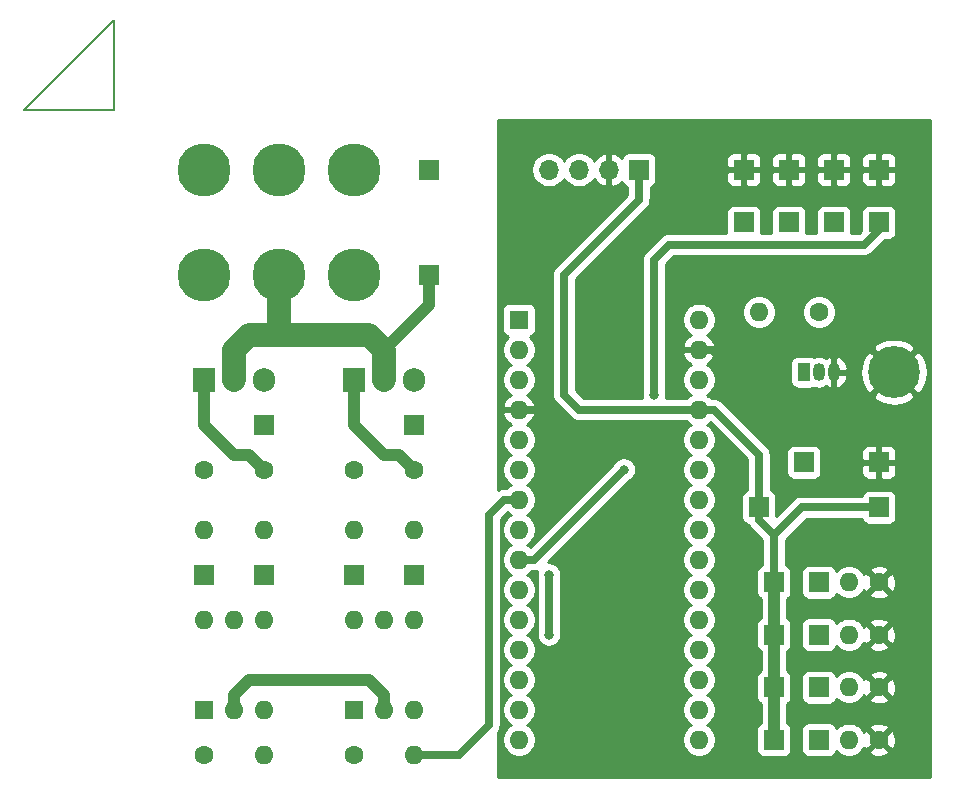
<source format=gbr>
G04 #@! TF.GenerationSoftware,KiCad,Pcbnew,(5.1.5)-3*
G04 #@! TF.CreationDate,2020-04-21T04:00:00+09:00*
G04 #@! TF.ProjectId,qqq,7171712e-6b69-4636-9164-5f7063625858,rev?*
G04 #@! TF.SameCoordinates,Original*
G04 #@! TF.FileFunction,Copper,L1,Top*
G04 #@! TF.FilePolarity,Positive*
%FSLAX46Y46*%
G04 Gerber Fmt 4.6, Leading zero omitted, Abs format (unit mm)*
G04 Created by KiCad (PCBNEW (5.1.5)-3) date 2020-04-21 04:00:00*
%MOMM*%
%LPD*%
G04 APERTURE LIST*
%ADD10C,0.200000*%
%ADD11R,1.700000X1.700000*%
%ADD12O,1.600000X1.600000*%
%ADD13R,1.600000X1.600000*%
%ADD14C,1.600000*%
%ADD15O,1.050000X1.500000*%
%ADD16R,1.050000X1.500000*%
%ADD17C,4.500000*%
%ADD18R,1.905000X2.000000*%
%ADD19O,1.905000X2.000000*%
%ADD20O,1.700000X1.700000*%
%ADD21C,4.400000*%
%ADD22C,0.800000*%
%ADD23C,0.700000*%
%ADD24C,1.000000*%
%ADD25C,2.000000*%
%ADD26C,0.254000*%
G04 APERTURE END LIST*
D10*
X0Y7620000D02*
X0Y0D01*
X-7620000Y0D02*
X0Y7620000D01*
X0Y0D02*
X-7620000Y0D01*
D11*
X60960000Y-5080000D03*
X64770000Y-9525000D03*
X53340000Y-9525000D03*
X57150000Y-9525000D03*
X64770000Y-5080000D03*
X53340000Y-5080000D03*
X57150000Y-5080000D03*
X60960000Y-9525000D03*
D12*
X49530000Y-53340000D03*
X34290000Y-53340000D03*
X49530000Y-17780000D03*
X34290000Y-50800000D03*
X49530000Y-20320000D03*
X34290000Y-48260000D03*
X49530000Y-22860000D03*
X34290000Y-45720000D03*
X49530000Y-25400000D03*
X34290000Y-43180000D03*
X49530000Y-27940000D03*
X34290000Y-40640000D03*
X49530000Y-30480000D03*
X34290000Y-38100000D03*
X49530000Y-33020000D03*
X34290000Y-35560000D03*
X49530000Y-35560000D03*
X34290000Y-33020000D03*
X49530000Y-38100000D03*
X34290000Y-30480000D03*
X49530000Y-40640000D03*
X34290000Y-27940000D03*
X49530000Y-43180000D03*
X34290000Y-25400000D03*
X49530000Y-45720000D03*
X34290000Y-22860000D03*
X49530000Y-48260000D03*
X34290000Y-20320000D03*
X49530000Y-50800000D03*
D13*
X34290000Y-17780000D03*
D11*
X59690000Y-44450000D03*
X55880000Y-48895000D03*
X55880000Y-40005000D03*
X59690000Y-40005000D03*
X59690000Y-48895000D03*
X55880000Y-44450000D03*
D14*
X64770000Y-40005000D03*
D12*
X62230000Y-40005000D03*
X62230000Y-48895000D03*
D14*
X64770000Y-48895000D03*
X64770000Y-44450000D03*
D12*
X62230000Y-44450000D03*
D11*
X54610000Y-33655000D03*
X59690000Y-53340000D03*
X58420000Y-29845000D03*
X55880000Y-53340000D03*
D14*
X59690000Y-17145000D03*
D12*
X54610000Y-17145000D03*
D11*
X64770000Y-29845000D03*
X64770000Y-33655000D03*
D15*
X59690000Y-22225000D03*
X60960000Y-22225000D03*
D16*
X58420000Y-22225000D03*
D11*
X26670000Y-13970000D03*
X20320000Y-39370000D03*
X25400000Y-39370000D03*
X7620000Y-39370000D03*
X12700000Y-39370000D03*
D17*
X13970000Y-5080000D03*
X13970000Y-13970000D03*
X20320000Y-5080000D03*
X20320000Y-13970000D03*
D11*
X26670000Y-5080000D03*
D18*
X20320000Y-22860000D03*
D19*
X22860000Y-22860000D03*
X25400000Y-22860000D03*
X12700000Y-22860000D03*
X10160000Y-22860000D03*
D18*
X7620000Y-22860000D03*
D14*
X20320000Y-54610000D03*
D12*
X25400000Y-54610000D03*
X12700000Y-54610000D03*
D14*
X7620000Y-54610000D03*
X20320000Y-30480000D03*
D12*
X20320000Y-35560000D03*
D14*
X25400000Y-30480000D03*
D12*
X25400000Y-35560000D03*
X7620000Y-35560000D03*
D14*
X7620000Y-30480000D03*
D12*
X12700000Y-35560000D03*
D14*
X12700000Y-30480000D03*
D13*
X20320000Y-50800000D03*
D12*
X25400000Y-43180000D03*
X22860000Y-50800000D03*
X22860000Y-43180000D03*
X25400000Y-50800000D03*
X20320000Y-43180000D03*
X7620000Y-43180000D03*
X12700000Y-50800000D03*
X10160000Y-43180000D03*
X10160000Y-50800000D03*
X12700000Y-43180000D03*
D13*
X7620000Y-50800000D03*
D11*
X25400000Y-26670000D03*
X12700000Y-26670000D03*
D17*
X7620000Y-5080000D03*
X7620000Y-13970000D03*
D14*
X64770000Y-53340000D03*
D12*
X62230000Y-53340000D03*
D11*
X44450000Y-5080000D03*
D20*
X41910000Y-5080000D03*
X39370000Y-5080000D03*
X36830000Y-5080000D03*
D21*
X66040000Y-22225000D03*
D22*
X45720000Y-24130000D03*
X44450000Y-27940000D03*
X45720000Y-7620000D03*
X44450000Y-21590000D03*
X60960000Y-26035000D03*
X43180000Y-30480000D03*
X36830000Y-44450000D03*
X36830000Y-39370000D03*
D23*
X25400000Y-54610000D02*
X26531370Y-54610000D01*
X31750000Y-49391370D02*
X31750000Y-34290000D01*
X33020000Y-33020000D02*
X34290000Y-33020000D01*
X31750000Y-34290000D02*
X33020000Y-33020000D01*
X26531370Y-54610000D02*
X29210000Y-54610000D01*
X29210000Y-54610000D02*
X31750000Y-52070000D01*
X31750000Y-52070000D02*
X31750000Y-49391370D01*
D24*
X55880000Y-40005000D02*
X55880000Y-44450000D01*
X55880000Y-48895000D02*
X55880000Y-53340000D01*
X55880000Y-44450000D02*
X55880000Y-48895000D01*
D23*
X54610000Y-34755000D02*
X55880000Y-36025000D01*
X54610000Y-33655000D02*
X54610000Y-34755000D01*
X55880000Y-36025000D02*
X55880000Y-40005000D01*
X58250000Y-33655000D02*
X64770000Y-33655000D01*
X55880000Y-36025000D02*
X58250000Y-33655000D01*
X49530000Y-25400000D02*
X50800000Y-25400000D01*
X50800000Y-25400000D02*
X54610000Y-29210000D01*
X54610000Y-29210000D02*
X54610000Y-33655000D01*
X39370000Y-25400000D02*
X49530000Y-25400000D01*
X38100000Y-13970000D02*
X38100000Y-24130000D01*
X38100000Y-24130000D02*
X39370000Y-25400000D01*
X44450000Y-5080000D02*
X44450000Y-7620000D01*
X44450000Y-7620000D02*
X38100000Y-13970000D01*
X62230000Y-11430000D02*
X46990000Y-11430000D01*
X64770000Y-9525000D02*
X64770000Y-10160000D01*
X64770000Y-10160000D02*
X63500000Y-11430000D01*
X63500000Y-11430000D02*
X62230000Y-11430000D01*
X45720000Y-12700000D02*
X45720000Y-24130000D01*
X46990000Y-11430000D02*
X45720000Y-12700000D01*
D24*
X22860000Y-50800000D02*
X22860000Y-49530000D01*
X22860000Y-49530000D02*
X21590000Y-48260000D01*
X21590000Y-48260000D02*
X11430000Y-48260000D01*
X11430000Y-48260000D02*
X10160000Y-49530000D01*
X10160000Y-49530000D02*
X10160000Y-50800000D01*
D23*
X34290000Y-25400000D02*
X36830000Y-25400000D01*
X36830000Y-25400000D02*
X39370000Y-27940000D01*
X39370000Y-27940000D02*
X44450000Y-27940000D01*
X45720000Y-7620000D02*
X45720000Y-10160000D01*
X45720000Y-10160000D02*
X41910000Y-13970000D01*
X41910000Y-13970000D02*
X41910000Y-19050000D01*
X41910000Y-19050000D02*
X44450000Y-21590000D01*
X57785000Y-26035000D02*
X60960000Y-26035000D01*
X53975000Y-22225000D02*
X57785000Y-26035000D01*
X50661370Y-20320000D02*
X52566370Y-22225000D01*
X49530000Y-20320000D02*
X50661370Y-20320000D01*
X52566370Y-22225000D02*
X53975000Y-22225000D01*
D25*
X22860000Y-22860000D02*
X22860000Y-20320000D01*
X22860000Y-20320000D02*
X21590000Y-19050000D01*
X11430000Y-19050000D02*
X10160000Y-20320000D01*
X10160000Y-20320000D02*
X10160000Y-22860000D01*
X13970000Y-13970000D02*
X13970000Y-19050000D01*
X21590000Y-19050000D02*
X13970000Y-19050000D01*
X13970000Y-19050000D02*
X11430000Y-19050000D01*
D24*
X22860000Y-20320000D02*
X26670000Y-16510000D01*
X26670000Y-16510000D02*
X26670000Y-13970000D01*
X25400000Y-30480000D02*
X24130000Y-29210000D01*
X24130000Y-29210000D02*
X22860000Y-29210000D01*
X22860000Y-29210000D02*
X20320000Y-26670000D01*
X20320000Y-26670000D02*
X20320000Y-22860000D01*
D23*
X34290000Y-38100000D02*
X35560000Y-38100000D01*
X35560000Y-38100000D02*
X43180000Y-30480000D01*
D24*
X12700000Y-30480000D02*
X11430000Y-29210000D01*
X11430000Y-29210000D02*
X10160000Y-29210000D01*
X10160000Y-29210000D02*
X7620000Y-26670000D01*
X7620000Y-26670000D02*
X7620000Y-22860000D01*
D23*
X36830000Y-44450000D02*
X36830000Y-39370000D01*
D26*
G36*
X69088000Y-56459449D02*
G01*
X32512000Y-56459449D01*
X32512000Y-52694164D01*
X32572960Y-52619884D01*
X32664424Y-52448767D01*
X32720747Y-52263094D01*
X32735000Y-52118380D01*
X32735000Y-52118379D01*
X32739765Y-52070001D01*
X32735000Y-52021623D01*
X32735000Y-34698000D01*
X33336802Y-34096198D01*
X33375241Y-34134637D01*
X33607759Y-34290000D01*
X33375241Y-34445363D01*
X33175363Y-34645241D01*
X33018320Y-34880273D01*
X32910147Y-35141426D01*
X32855000Y-35418665D01*
X32855000Y-35701335D01*
X32910147Y-35978574D01*
X33018320Y-36239727D01*
X33175363Y-36474759D01*
X33375241Y-36674637D01*
X33607759Y-36830000D01*
X33375241Y-36985363D01*
X33175363Y-37185241D01*
X33018320Y-37420273D01*
X32910147Y-37681426D01*
X32855000Y-37958665D01*
X32855000Y-38241335D01*
X32910147Y-38518574D01*
X33018320Y-38779727D01*
X33175363Y-39014759D01*
X33375241Y-39214637D01*
X33607759Y-39370000D01*
X33375241Y-39525363D01*
X33175363Y-39725241D01*
X33018320Y-39960273D01*
X32910147Y-40221426D01*
X32855000Y-40498665D01*
X32855000Y-40781335D01*
X32910147Y-41058574D01*
X33018320Y-41319727D01*
X33175363Y-41554759D01*
X33375241Y-41754637D01*
X33607759Y-41910000D01*
X33375241Y-42065363D01*
X33175363Y-42265241D01*
X33018320Y-42500273D01*
X32910147Y-42761426D01*
X32855000Y-43038665D01*
X32855000Y-43321335D01*
X32910147Y-43598574D01*
X33018320Y-43859727D01*
X33175363Y-44094759D01*
X33375241Y-44294637D01*
X33607759Y-44450000D01*
X33375241Y-44605363D01*
X33175363Y-44805241D01*
X33018320Y-45040273D01*
X32910147Y-45301426D01*
X32855000Y-45578665D01*
X32855000Y-45861335D01*
X32910147Y-46138574D01*
X33018320Y-46399727D01*
X33175363Y-46634759D01*
X33375241Y-46834637D01*
X33607759Y-46990000D01*
X33375241Y-47145363D01*
X33175363Y-47345241D01*
X33018320Y-47580273D01*
X32910147Y-47841426D01*
X32855000Y-48118665D01*
X32855000Y-48401335D01*
X32910147Y-48678574D01*
X33018320Y-48939727D01*
X33175363Y-49174759D01*
X33375241Y-49374637D01*
X33607759Y-49530000D01*
X33375241Y-49685363D01*
X33175363Y-49885241D01*
X33018320Y-50120273D01*
X32910147Y-50381426D01*
X32855000Y-50658665D01*
X32855000Y-50941335D01*
X32910147Y-51218574D01*
X33018320Y-51479727D01*
X33175363Y-51714759D01*
X33375241Y-51914637D01*
X33607759Y-52070000D01*
X33375241Y-52225363D01*
X33175363Y-52425241D01*
X33018320Y-52660273D01*
X32910147Y-52921426D01*
X32855000Y-53198665D01*
X32855000Y-53481335D01*
X32910147Y-53758574D01*
X33018320Y-54019727D01*
X33175363Y-54254759D01*
X33375241Y-54454637D01*
X33610273Y-54611680D01*
X33871426Y-54719853D01*
X34148665Y-54775000D01*
X34431335Y-54775000D01*
X34708574Y-54719853D01*
X34969727Y-54611680D01*
X35204759Y-54454637D01*
X35404637Y-54254759D01*
X35561680Y-54019727D01*
X35669853Y-53758574D01*
X35725000Y-53481335D01*
X35725000Y-53198665D01*
X35669853Y-52921426D01*
X35561680Y-52660273D01*
X35404637Y-52425241D01*
X35204759Y-52225363D01*
X34972241Y-52070000D01*
X35204759Y-51914637D01*
X35404637Y-51714759D01*
X35561680Y-51479727D01*
X35669853Y-51218574D01*
X35725000Y-50941335D01*
X35725000Y-50658665D01*
X35669853Y-50381426D01*
X35561680Y-50120273D01*
X35404637Y-49885241D01*
X35204759Y-49685363D01*
X34972241Y-49530000D01*
X35204759Y-49374637D01*
X35404637Y-49174759D01*
X35561680Y-48939727D01*
X35669853Y-48678574D01*
X35725000Y-48401335D01*
X35725000Y-48118665D01*
X35669853Y-47841426D01*
X35561680Y-47580273D01*
X35404637Y-47345241D01*
X35204759Y-47145363D01*
X34972241Y-46990000D01*
X35204759Y-46834637D01*
X35404637Y-46634759D01*
X35561680Y-46399727D01*
X35669853Y-46138574D01*
X35725000Y-45861335D01*
X35725000Y-45578665D01*
X35669853Y-45301426D01*
X35561680Y-45040273D01*
X35404637Y-44805241D01*
X35204759Y-44605363D01*
X34972241Y-44450000D01*
X35204759Y-44294637D01*
X35404637Y-44094759D01*
X35561680Y-43859727D01*
X35669853Y-43598574D01*
X35725000Y-43321335D01*
X35725000Y-43038665D01*
X35669853Y-42761426D01*
X35561680Y-42500273D01*
X35404637Y-42265241D01*
X35204759Y-42065363D01*
X34972241Y-41910000D01*
X35204759Y-41754637D01*
X35404637Y-41554759D01*
X35561680Y-41319727D01*
X35669853Y-41058574D01*
X35725000Y-40781335D01*
X35725000Y-40498665D01*
X35669853Y-40221426D01*
X35561680Y-39960273D01*
X35404637Y-39725241D01*
X35204759Y-39525363D01*
X34972241Y-39370000D01*
X35204759Y-39214637D01*
X35334396Y-39085000D01*
X35511620Y-39085000D01*
X35560000Y-39089765D01*
X35608380Y-39085000D01*
X35753094Y-39070747D01*
X35845259Y-39042789D01*
X35834774Y-39068102D01*
X35795000Y-39268061D01*
X35795000Y-39471939D01*
X35834774Y-39671898D01*
X35845001Y-39696588D01*
X35845000Y-44123414D01*
X35834774Y-44148102D01*
X35795000Y-44348061D01*
X35795000Y-44551939D01*
X35834774Y-44751898D01*
X35912795Y-44940256D01*
X36026063Y-45109774D01*
X36170226Y-45253937D01*
X36339744Y-45367205D01*
X36528102Y-45445226D01*
X36728061Y-45485000D01*
X36931939Y-45485000D01*
X37131898Y-45445226D01*
X37320256Y-45367205D01*
X37489774Y-45253937D01*
X37633937Y-45109774D01*
X37747205Y-44940256D01*
X37825226Y-44751898D01*
X37865000Y-44551939D01*
X37865000Y-44348061D01*
X37825226Y-44148102D01*
X37815000Y-44123414D01*
X37815000Y-39696586D01*
X37825226Y-39671898D01*
X37865000Y-39471939D01*
X37865000Y-39268061D01*
X37825226Y-39068102D01*
X37747205Y-38879744D01*
X37633937Y-38710226D01*
X37489774Y-38566063D01*
X37320256Y-38452795D01*
X37131898Y-38374774D01*
X36931939Y-38335000D01*
X36728061Y-38335000D01*
X36715502Y-38337498D01*
X43645569Y-31407431D01*
X43670256Y-31397205D01*
X43839774Y-31283937D01*
X43983937Y-31139774D01*
X44097205Y-30970256D01*
X44175226Y-30781898D01*
X44215000Y-30581939D01*
X44215000Y-30378061D01*
X44175226Y-30178102D01*
X44097205Y-29989744D01*
X43983937Y-29820226D01*
X43839774Y-29676063D01*
X43670256Y-29562795D01*
X43481898Y-29484774D01*
X43281939Y-29445000D01*
X43078061Y-29445000D01*
X42878102Y-29484774D01*
X42689744Y-29562795D01*
X42520226Y-29676063D01*
X42376063Y-29820226D01*
X42262795Y-29989744D01*
X42252569Y-30014431D01*
X35243198Y-37023802D01*
X35204759Y-36985363D01*
X34972241Y-36830000D01*
X35204759Y-36674637D01*
X35404637Y-36474759D01*
X35561680Y-36239727D01*
X35669853Y-35978574D01*
X35725000Y-35701335D01*
X35725000Y-35418665D01*
X35669853Y-35141426D01*
X35561680Y-34880273D01*
X35404637Y-34645241D01*
X35204759Y-34445363D01*
X34972241Y-34290000D01*
X35204759Y-34134637D01*
X35404637Y-33934759D01*
X35561680Y-33699727D01*
X35669853Y-33438574D01*
X35725000Y-33161335D01*
X35725000Y-32878665D01*
X35669853Y-32601426D01*
X35561680Y-32340273D01*
X35404637Y-32105241D01*
X35204759Y-31905363D01*
X34972241Y-31750000D01*
X35204759Y-31594637D01*
X35404637Y-31394759D01*
X35561680Y-31159727D01*
X35669853Y-30898574D01*
X35725000Y-30621335D01*
X35725000Y-30338665D01*
X35669853Y-30061426D01*
X35561680Y-29800273D01*
X35404637Y-29565241D01*
X35204759Y-29365363D01*
X34972241Y-29210000D01*
X35204759Y-29054637D01*
X35404637Y-28854759D01*
X35561680Y-28619727D01*
X35669853Y-28358574D01*
X35725000Y-28081335D01*
X35725000Y-27798665D01*
X35669853Y-27521426D01*
X35561680Y-27260273D01*
X35404637Y-27025241D01*
X35204759Y-26825363D01*
X34969727Y-26668320D01*
X34959135Y-26663933D01*
X35145131Y-26552385D01*
X35353519Y-26363414D01*
X35521037Y-26137420D01*
X35641246Y-25883087D01*
X35681904Y-25749039D01*
X35559915Y-25527000D01*
X34417000Y-25527000D01*
X34417000Y-25547000D01*
X34163000Y-25547000D01*
X34163000Y-25527000D01*
X33020085Y-25527000D01*
X32898096Y-25749039D01*
X32938754Y-25883087D01*
X33058963Y-26137420D01*
X33226481Y-26363414D01*
X33434869Y-26552385D01*
X33620865Y-26663933D01*
X33610273Y-26668320D01*
X33375241Y-26825363D01*
X33175363Y-27025241D01*
X33018320Y-27260273D01*
X32910147Y-27521426D01*
X32855000Y-27798665D01*
X32855000Y-28081335D01*
X32910147Y-28358574D01*
X33018320Y-28619727D01*
X33175363Y-28854759D01*
X33375241Y-29054637D01*
X33607759Y-29210000D01*
X33375241Y-29365363D01*
X33175363Y-29565241D01*
X33018320Y-29800273D01*
X32910147Y-30061426D01*
X32855000Y-30338665D01*
X32855000Y-30621335D01*
X32910147Y-30898574D01*
X33018320Y-31159727D01*
X33175363Y-31394759D01*
X33375241Y-31594637D01*
X33607759Y-31750000D01*
X33375241Y-31905363D01*
X33245604Y-32035000D01*
X33068379Y-32035000D01*
X33019999Y-32030235D01*
X32826905Y-32049253D01*
X32783691Y-32062362D01*
X32641233Y-32105576D01*
X32512000Y-32174653D01*
X32512000Y-16980000D01*
X32851928Y-16980000D01*
X32851928Y-18580000D01*
X32864188Y-18704482D01*
X32900498Y-18824180D01*
X32959463Y-18934494D01*
X33038815Y-19031185D01*
X33135506Y-19110537D01*
X33245820Y-19169502D01*
X33365518Y-19205812D01*
X33373961Y-19206643D01*
X33175363Y-19405241D01*
X33018320Y-19640273D01*
X32910147Y-19901426D01*
X32855000Y-20178665D01*
X32855000Y-20461335D01*
X32910147Y-20738574D01*
X33018320Y-20999727D01*
X33175363Y-21234759D01*
X33375241Y-21434637D01*
X33607759Y-21590000D01*
X33375241Y-21745363D01*
X33175363Y-21945241D01*
X33018320Y-22180273D01*
X32910147Y-22441426D01*
X32855000Y-22718665D01*
X32855000Y-23001335D01*
X32910147Y-23278574D01*
X33018320Y-23539727D01*
X33175363Y-23774759D01*
X33375241Y-23974637D01*
X33610273Y-24131680D01*
X33620865Y-24136067D01*
X33434869Y-24247615D01*
X33226481Y-24436586D01*
X33058963Y-24662580D01*
X32938754Y-24916913D01*
X32898096Y-25050961D01*
X33020085Y-25273000D01*
X34163000Y-25273000D01*
X34163000Y-25253000D01*
X34417000Y-25253000D01*
X34417000Y-25273000D01*
X35559915Y-25273000D01*
X35681904Y-25050961D01*
X35641246Y-24916913D01*
X35521037Y-24662580D01*
X35353519Y-24436586D01*
X35145131Y-24247615D01*
X34959135Y-24136067D01*
X34969727Y-24131680D01*
X35204759Y-23974637D01*
X35404637Y-23774759D01*
X35561680Y-23539727D01*
X35669853Y-23278574D01*
X35725000Y-23001335D01*
X35725000Y-22718665D01*
X35669853Y-22441426D01*
X35561680Y-22180273D01*
X35404637Y-21945241D01*
X35204759Y-21745363D01*
X34972241Y-21590000D01*
X35204759Y-21434637D01*
X35404637Y-21234759D01*
X35561680Y-20999727D01*
X35669853Y-20738574D01*
X35725000Y-20461335D01*
X35725000Y-20178665D01*
X35669853Y-19901426D01*
X35561680Y-19640273D01*
X35404637Y-19405241D01*
X35206039Y-19206643D01*
X35214482Y-19205812D01*
X35334180Y-19169502D01*
X35444494Y-19110537D01*
X35541185Y-19031185D01*
X35620537Y-18934494D01*
X35679502Y-18824180D01*
X35715812Y-18704482D01*
X35728072Y-18580000D01*
X35728072Y-16980000D01*
X35715812Y-16855518D01*
X35679502Y-16735820D01*
X35620537Y-16625506D01*
X35541185Y-16528815D01*
X35444494Y-16449463D01*
X35334180Y-16390498D01*
X35214482Y-16354188D01*
X35090000Y-16341928D01*
X33490000Y-16341928D01*
X33365518Y-16354188D01*
X33245820Y-16390498D01*
X33135506Y-16449463D01*
X33038815Y-16528815D01*
X32959463Y-16625506D01*
X32900498Y-16735820D01*
X32864188Y-16855518D01*
X32851928Y-16980000D01*
X32512000Y-16980000D01*
X32512000Y-13970000D01*
X37110235Y-13970000D01*
X37115000Y-14018380D01*
X37115001Y-24081610D01*
X37110235Y-24130000D01*
X37129253Y-24323093D01*
X37185576Y-24508766D01*
X37185577Y-24508767D01*
X37277041Y-24679884D01*
X37400131Y-24829870D01*
X37437711Y-24860711D01*
X38639284Y-26062284D01*
X38670130Y-26099870D01*
X38820116Y-26222960D01*
X38991233Y-26314424D01*
X39133691Y-26357638D01*
X39176905Y-26370747D01*
X39369999Y-26389765D01*
X39418379Y-26385000D01*
X48485604Y-26385000D01*
X48615241Y-26514637D01*
X48847759Y-26670000D01*
X48615241Y-26825363D01*
X48415363Y-27025241D01*
X48258320Y-27260273D01*
X48150147Y-27521426D01*
X48095000Y-27798665D01*
X48095000Y-28081335D01*
X48150147Y-28358574D01*
X48258320Y-28619727D01*
X48415363Y-28854759D01*
X48615241Y-29054637D01*
X48847759Y-29210000D01*
X48615241Y-29365363D01*
X48415363Y-29565241D01*
X48258320Y-29800273D01*
X48150147Y-30061426D01*
X48095000Y-30338665D01*
X48095000Y-30621335D01*
X48150147Y-30898574D01*
X48258320Y-31159727D01*
X48415363Y-31394759D01*
X48615241Y-31594637D01*
X48847759Y-31750000D01*
X48615241Y-31905363D01*
X48415363Y-32105241D01*
X48258320Y-32340273D01*
X48150147Y-32601426D01*
X48095000Y-32878665D01*
X48095000Y-33161335D01*
X48150147Y-33438574D01*
X48258320Y-33699727D01*
X48415363Y-33934759D01*
X48615241Y-34134637D01*
X48847759Y-34290000D01*
X48615241Y-34445363D01*
X48415363Y-34645241D01*
X48258320Y-34880273D01*
X48150147Y-35141426D01*
X48095000Y-35418665D01*
X48095000Y-35701335D01*
X48150147Y-35978574D01*
X48258320Y-36239727D01*
X48415363Y-36474759D01*
X48615241Y-36674637D01*
X48847759Y-36830000D01*
X48615241Y-36985363D01*
X48415363Y-37185241D01*
X48258320Y-37420273D01*
X48150147Y-37681426D01*
X48095000Y-37958665D01*
X48095000Y-38241335D01*
X48150147Y-38518574D01*
X48258320Y-38779727D01*
X48415363Y-39014759D01*
X48615241Y-39214637D01*
X48847759Y-39370000D01*
X48615241Y-39525363D01*
X48415363Y-39725241D01*
X48258320Y-39960273D01*
X48150147Y-40221426D01*
X48095000Y-40498665D01*
X48095000Y-40781335D01*
X48150147Y-41058574D01*
X48258320Y-41319727D01*
X48415363Y-41554759D01*
X48615241Y-41754637D01*
X48847759Y-41910000D01*
X48615241Y-42065363D01*
X48415363Y-42265241D01*
X48258320Y-42500273D01*
X48150147Y-42761426D01*
X48095000Y-43038665D01*
X48095000Y-43321335D01*
X48150147Y-43598574D01*
X48258320Y-43859727D01*
X48415363Y-44094759D01*
X48615241Y-44294637D01*
X48847759Y-44450000D01*
X48615241Y-44605363D01*
X48415363Y-44805241D01*
X48258320Y-45040273D01*
X48150147Y-45301426D01*
X48095000Y-45578665D01*
X48095000Y-45861335D01*
X48150147Y-46138574D01*
X48258320Y-46399727D01*
X48415363Y-46634759D01*
X48615241Y-46834637D01*
X48847759Y-46990000D01*
X48615241Y-47145363D01*
X48415363Y-47345241D01*
X48258320Y-47580273D01*
X48150147Y-47841426D01*
X48095000Y-48118665D01*
X48095000Y-48401335D01*
X48150147Y-48678574D01*
X48258320Y-48939727D01*
X48415363Y-49174759D01*
X48615241Y-49374637D01*
X48847759Y-49530000D01*
X48615241Y-49685363D01*
X48415363Y-49885241D01*
X48258320Y-50120273D01*
X48150147Y-50381426D01*
X48095000Y-50658665D01*
X48095000Y-50941335D01*
X48150147Y-51218574D01*
X48258320Y-51479727D01*
X48415363Y-51714759D01*
X48615241Y-51914637D01*
X48847759Y-52070000D01*
X48615241Y-52225363D01*
X48415363Y-52425241D01*
X48258320Y-52660273D01*
X48150147Y-52921426D01*
X48095000Y-53198665D01*
X48095000Y-53481335D01*
X48150147Y-53758574D01*
X48258320Y-54019727D01*
X48415363Y-54254759D01*
X48615241Y-54454637D01*
X48850273Y-54611680D01*
X49111426Y-54719853D01*
X49388665Y-54775000D01*
X49671335Y-54775000D01*
X49948574Y-54719853D01*
X50209727Y-54611680D01*
X50444759Y-54454637D01*
X50644637Y-54254759D01*
X50801680Y-54019727D01*
X50909853Y-53758574D01*
X50965000Y-53481335D01*
X50965000Y-53198665D01*
X50909853Y-52921426D01*
X50801680Y-52660273D01*
X50644637Y-52425241D01*
X50444759Y-52225363D01*
X50212241Y-52070000D01*
X50444759Y-51914637D01*
X50644637Y-51714759D01*
X50801680Y-51479727D01*
X50909853Y-51218574D01*
X50965000Y-50941335D01*
X50965000Y-50658665D01*
X50909853Y-50381426D01*
X50801680Y-50120273D01*
X50644637Y-49885241D01*
X50444759Y-49685363D01*
X50212241Y-49530000D01*
X50444759Y-49374637D01*
X50644637Y-49174759D01*
X50801680Y-48939727D01*
X50909853Y-48678574D01*
X50965000Y-48401335D01*
X50965000Y-48118665D01*
X50909853Y-47841426D01*
X50801680Y-47580273D01*
X50644637Y-47345241D01*
X50444759Y-47145363D01*
X50212241Y-46990000D01*
X50444759Y-46834637D01*
X50644637Y-46634759D01*
X50801680Y-46399727D01*
X50909853Y-46138574D01*
X50965000Y-45861335D01*
X50965000Y-45578665D01*
X50909853Y-45301426D01*
X50801680Y-45040273D01*
X50644637Y-44805241D01*
X50444759Y-44605363D01*
X50212241Y-44450000D01*
X50444759Y-44294637D01*
X50644637Y-44094759D01*
X50801680Y-43859727D01*
X50909853Y-43598574D01*
X50965000Y-43321335D01*
X50965000Y-43038665D01*
X50909853Y-42761426D01*
X50801680Y-42500273D01*
X50644637Y-42265241D01*
X50444759Y-42065363D01*
X50212241Y-41910000D01*
X50444759Y-41754637D01*
X50644637Y-41554759D01*
X50801680Y-41319727D01*
X50909853Y-41058574D01*
X50965000Y-40781335D01*
X50965000Y-40498665D01*
X50909853Y-40221426D01*
X50801680Y-39960273D01*
X50644637Y-39725241D01*
X50444759Y-39525363D01*
X50212241Y-39370000D01*
X50444759Y-39214637D01*
X50644637Y-39014759D01*
X50801680Y-38779727D01*
X50909853Y-38518574D01*
X50965000Y-38241335D01*
X50965000Y-37958665D01*
X50909853Y-37681426D01*
X50801680Y-37420273D01*
X50644637Y-37185241D01*
X50444759Y-36985363D01*
X50212241Y-36830000D01*
X50444759Y-36674637D01*
X50644637Y-36474759D01*
X50801680Y-36239727D01*
X50909853Y-35978574D01*
X50965000Y-35701335D01*
X50965000Y-35418665D01*
X50909853Y-35141426D01*
X50801680Y-34880273D01*
X50644637Y-34645241D01*
X50444759Y-34445363D01*
X50212241Y-34290000D01*
X50444759Y-34134637D01*
X50644637Y-33934759D01*
X50801680Y-33699727D01*
X50909853Y-33438574D01*
X50965000Y-33161335D01*
X50965000Y-32878665D01*
X50909853Y-32601426D01*
X50801680Y-32340273D01*
X50644637Y-32105241D01*
X50444759Y-31905363D01*
X50212241Y-31750000D01*
X50444759Y-31594637D01*
X50644637Y-31394759D01*
X50801680Y-31159727D01*
X50909853Y-30898574D01*
X50965000Y-30621335D01*
X50965000Y-30338665D01*
X50909853Y-30061426D01*
X50801680Y-29800273D01*
X50644637Y-29565241D01*
X50444759Y-29365363D01*
X50212241Y-29210000D01*
X50444759Y-29054637D01*
X50644637Y-28854759D01*
X50801680Y-28619727D01*
X50909853Y-28358574D01*
X50965000Y-28081335D01*
X50965000Y-27798665D01*
X50909853Y-27521426D01*
X50801680Y-27260273D01*
X50644637Y-27025241D01*
X50444759Y-26825363D01*
X50212241Y-26670000D01*
X50444759Y-26514637D01*
X50483198Y-26476198D01*
X53625000Y-29618001D01*
X53625001Y-32182378D01*
X53515820Y-32215498D01*
X53405506Y-32274463D01*
X53308815Y-32353815D01*
X53229463Y-32450506D01*
X53170498Y-32560820D01*
X53134188Y-32680518D01*
X53121928Y-32805000D01*
X53121928Y-34505000D01*
X53134188Y-34629482D01*
X53170498Y-34749180D01*
X53229463Y-34859494D01*
X53308815Y-34956185D01*
X53405506Y-35035537D01*
X53515820Y-35094502D01*
X53635518Y-35130812D01*
X53697247Y-35136892D01*
X53732070Y-35202040D01*
X53787041Y-35304884D01*
X53910131Y-35454870D01*
X53947711Y-35485711D01*
X54895000Y-36433000D01*
X54895001Y-38532378D01*
X54785820Y-38565498D01*
X54675506Y-38624463D01*
X54578815Y-38703815D01*
X54499463Y-38800506D01*
X54440498Y-38910820D01*
X54404188Y-39030518D01*
X54391928Y-39155000D01*
X54391928Y-40855000D01*
X54404188Y-40979482D01*
X54440498Y-41099180D01*
X54499463Y-41209494D01*
X54578815Y-41306185D01*
X54675506Y-41385537D01*
X54745000Y-41422683D01*
X54745001Y-43032317D01*
X54675506Y-43069463D01*
X54578815Y-43148815D01*
X54499463Y-43245506D01*
X54440498Y-43355820D01*
X54404188Y-43475518D01*
X54391928Y-43600000D01*
X54391928Y-45300000D01*
X54404188Y-45424482D01*
X54440498Y-45544180D01*
X54499463Y-45654494D01*
X54578815Y-45751185D01*
X54675506Y-45830537D01*
X54745000Y-45867683D01*
X54745001Y-47477317D01*
X54675506Y-47514463D01*
X54578815Y-47593815D01*
X54499463Y-47690506D01*
X54440498Y-47800820D01*
X54404188Y-47920518D01*
X54391928Y-48045000D01*
X54391928Y-49745000D01*
X54404188Y-49869482D01*
X54440498Y-49989180D01*
X54499463Y-50099494D01*
X54578815Y-50196185D01*
X54675506Y-50275537D01*
X54745000Y-50312683D01*
X54745001Y-51922317D01*
X54675506Y-51959463D01*
X54578815Y-52038815D01*
X54499463Y-52135506D01*
X54440498Y-52245820D01*
X54404188Y-52365518D01*
X54391928Y-52490000D01*
X54391928Y-54190000D01*
X54404188Y-54314482D01*
X54440498Y-54434180D01*
X54499463Y-54544494D01*
X54578815Y-54641185D01*
X54675506Y-54720537D01*
X54785820Y-54779502D01*
X54905518Y-54815812D01*
X55030000Y-54828072D01*
X56730000Y-54828072D01*
X56854482Y-54815812D01*
X56974180Y-54779502D01*
X57084494Y-54720537D01*
X57181185Y-54641185D01*
X57260537Y-54544494D01*
X57319502Y-54434180D01*
X57355812Y-54314482D01*
X57368072Y-54190000D01*
X57368072Y-52490000D01*
X58201928Y-52490000D01*
X58201928Y-54190000D01*
X58214188Y-54314482D01*
X58250498Y-54434180D01*
X58309463Y-54544494D01*
X58388815Y-54641185D01*
X58485506Y-54720537D01*
X58595820Y-54779502D01*
X58715518Y-54815812D01*
X58840000Y-54828072D01*
X60540000Y-54828072D01*
X60664482Y-54815812D01*
X60784180Y-54779502D01*
X60894494Y-54720537D01*
X60991185Y-54641185D01*
X61070537Y-54544494D01*
X61129502Y-54434180D01*
X61165812Y-54314482D01*
X61166643Y-54306039D01*
X61315241Y-54454637D01*
X61550273Y-54611680D01*
X61811426Y-54719853D01*
X62088665Y-54775000D01*
X62371335Y-54775000D01*
X62648574Y-54719853D01*
X62909727Y-54611680D01*
X63144759Y-54454637D01*
X63266694Y-54332702D01*
X63956903Y-54332702D01*
X64028486Y-54576671D01*
X64283996Y-54697571D01*
X64558184Y-54766300D01*
X64840512Y-54780217D01*
X65120130Y-54738787D01*
X65386292Y-54643603D01*
X65511514Y-54576671D01*
X65583097Y-54332702D01*
X64770000Y-53519605D01*
X63956903Y-54332702D01*
X63266694Y-54332702D01*
X63344637Y-54254759D01*
X63500915Y-54020872D01*
X63533329Y-54081514D01*
X63777298Y-54153097D01*
X64590395Y-53340000D01*
X64949605Y-53340000D01*
X65762702Y-54153097D01*
X66006671Y-54081514D01*
X66127571Y-53826004D01*
X66196300Y-53551816D01*
X66210217Y-53269488D01*
X66168787Y-52989870D01*
X66073603Y-52723708D01*
X66006671Y-52598486D01*
X65762702Y-52526903D01*
X64949605Y-53340000D01*
X64590395Y-53340000D01*
X63777298Y-52526903D01*
X63533329Y-52598486D01*
X63502806Y-52662992D01*
X63501680Y-52660273D01*
X63344637Y-52425241D01*
X63266694Y-52347298D01*
X63956903Y-52347298D01*
X64770000Y-53160395D01*
X65583097Y-52347298D01*
X65511514Y-52103329D01*
X65256004Y-51982429D01*
X64981816Y-51913700D01*
X64699488Y-51899783D01*
X64419870Y-51941213D01*
X64153708Y-52036397D01*
X64028486Y-52103329D01*
X63956903Y-52347298D01*
X63266694Y-52347298D01*
X63144759Y-52225363D01*
X62909727Y-52068320D01*
X62648574Y-51960147D01*
X62371335Y-51905000D01*
X62088665Y-51905000D01*
X61811426Y-51960147D01*
X61550273Y-52068320D01*
X61315241Y-52225363D01*
X61166643Y-52373961D01*
X61165812Y-52365518D01*
X61129502Y-52245820D01*
X61070537Y-52135506D01*
X60991185Y-52038815D01*
X60894494Y-51959463D01*
X60784180Y-51900498D01*
X60664482Y-51864188D01*
X60540000Y-51851928D01*
X58840000Y-51851928D01*
X58715518Y-51864188D01*
X58595820Y-51900498D01*
X58485506Y-51959463D01*
X58388815Y-52038815D01*
X58309463Y-52135506D01*
X58250498Y-52245820D01*
X58214188Y-52365518D01*
X58201928Y-52490000D01*
X57368072Y-52490000D01*
X57355812Y-52365518D01*
X57319502Y-52245820D01*
X57260537Y-52135506D01*
X57181185Y-52038815D01*
X57084494Y-51959463D01*
X57015000Y-51922317D01*
X57015000Y-50312683D01*
X57084494Y-50275537D01*
X57181185Y-50196185D01*
X57260537Y-50099494D01*
X57319502Y-49989180D01*
X57355812Y-49869482D01*
X57368072Y-49745000D01*
X57368072Y-48045000D01*
X58201928Y-48045000D01*
X58201928Y-49745000D01*
X58214188Y-49869482D01*
X58250498Y-49989180D01*
X58309463Y-50099494D01*
X58388815Y-50196185D01*
X58485506Y-50275537D01*
X58595820Y-50334502D01*
X58715518Y-50370812D01*
X58840000Y-50383072D01*
X60540000Y-50383072D01*
X60664482Y-50370812D01*
X60784180Y-50334502D01*
X60894494Y-50275537D01*
X60991185Y-50196185D01*
X61070537Y-50099494D01*
X61129502Y-49989180D01*
X61165812Y-49869482D01*
X61166643Y-49861039D01*
X61315241Y-50009637D01*
X61550273Y-50166680D01*
X61811426Y-50274853D01*
X62088665Y-50330000D01*
X62371335Y-50330000D01*
X62648574Y-50274853D01*
X62909727Y-50166680D01*
X63144759Y-50009637D01*
X63266694Y-49887702D01*
X63956903Y-49887702D01*
X64028486Y-50131671D01*
X64283996Y-50252571D01*
X64558184Y-50321300D01*
X64840512Y-50335217D01*
X65120130Y-50293787D01*
X65386292Y-50198603D01*
X65511514Y-50131671D01*
X65583097Y-49887702D01*
X64770000Y-49074605D01*
X63956903Y-49887702D01*
X63266694Y-49887702D01*
X63344637Y-49809759D01*
X63500915Y-49575872D01*
X63533329Y-49636514D01*
X63777298Y-49708097D01*
X64590395Y-48895000D01*
X64949605Y-48895000D01*
X65762702Y-49708097D01*
X66006671Y-49636514D01*
X66127571Y-49381004D01*
X66196300Y-49106816D01*
X66210217Y-48824488D01*
X66168787Y-48544870D01*
X66073603Y-48278708D01*
X66006671Y-48153486D01*
X65762702Y-48081903D01*
X64949605Y-48895000D01*
X64590395Y-48895000D01*
X63777298Y-48081903D01*
X63533329Y-48153486D01*
X63502806Y-48217992D01*
X63501680Y-48215273D01*
X63344637Y-47980241D01*
X63266694Y-47902298D01*
X63956903Y-47902298D01*
X64770000Y-48715395D01*
X65583097Y-47902298D01*
X65511514Y-47658329D01*
X65256004Y-47537429D01*
X64981816Y-47468700D01*
X64699488Y-47454783D01*
X64419870Y-47496213D01*
X64153708Y-47591397D01*
X64028486Y-47658329D01*
X63956903Y-47902298D01*
X63266694Y-47902298D01*
X63144759Y-47780363D01*
X62909727Y-47623320D01*
X62648574Y-47515147D01*
X62371335Y-47460000D01*
X62088665Y-47460000D01*
X61811426Y-47515147D01*
X61550273Y-47623320D01*
X61315241Y-47780363D01*
X61166643Y-47928961D01*
X61165812Y-47920518D01*
X61129502Y-47800820D01*
X61070537Y-47690506D01*
X60991185Y-47593815D01*
X60894494Y-47514463D01*
X60784180Y-47455498D01*
X60664482Y-47419188D01*
X60540000Y-47406928D01*
X58840000Y-47406928D01*
X58715518Y-47419188D01*
X58595820Y-47455498D01*
X58485506Y-47514463D01*
X58388815Y-47593815D01*
X58309463Y-47690506D01*
X58250498Y-47800820D01*
X58214188Y-47920518D01*
X58201928Y-48045000D01*
X57368072Y-48045000D01*
X57355812Y-47920518D01*
X57319502Y-47800820D01*
X57260537Y-47690506D01*
X57181185Y-47593815D01*
X57084494Y-47514463D01*
X57015000Y-47477317D01*
X57015000Y-45867683D01*
X57084494Y-45830537D01*
X57181185Y-45751185D01*
X57260537Y-45654494D01*
X57319502Y-45544180D01*
X57355812Y-45424482D01*
X57368072Y-45300000D01*
X57368072Y-43600000D01*
X58201928Y-43600000D01*
X58201928Y-45300000D01*
X58214188Y-45424482D01*
X58250498Y-45544180D01*
X58309463Y-45654494D01*
X58388815Y-45751185D01*
X58485506Y-45830537D01*
X58595820Y-45889502D01*
X58715518Y-45925812D01*
X58840000Y-45938072D01*
X60540000Y-45938072D01*
X60664482Y-45925812D01*
X60784180Y-45889502D01*
X60894494Y-45830537D01*
X60991185Y-45751185D01*
X61070537Y-45654494D01*
X61129502Y-45544180D01*
X61165812Y-45424482D01*
X61166643Y-45416039D01*
X61315241Y-45564637D01*
X61550273Y-45721680D01*
X61811426Y-45829853D01*
X62088665Y-45885000D01*
X62371335Y-45885000D01*
X62648574Y-45829853D01*
X62909727Y-45721680D01*
X63144759Y-45564637D01*
X63266694Y-45442702D01*
X63956903Y-45442702D01*
X64028486Y-45686671D01*
X64283996Y-45807571D01*
X64558184Y-45876300D01*
X64840512Y-45890217D01*
X65120130Y-45848787D01*
X65386292Y-45753603D01*
X65511514Y-45686671D01*
X65583097Y-45442702D01*
X64770000Y-44629605D01*
X63956903Y-45442702D01*
X63266694Y-45442702D01*
X63344637Y-45364759D01*
X63500915Y-45130872D01*
X63533329Y-45191514D01*
X63777298Y-45263097D01*
X64590395Y-44450000D01*
X64949605Y-44450000D01*
X65762702Y-45263097D01*
X66006671Y-45191514D01*
X66127571Y-44936004D01*
X66196300Y-44661816D01*
X66210217Y-44379488D01*
X66168787Y-44099870D01*
X66073603Y-43833708D01*
X66006671Y-43708486D01*
X65762702Y-43636903D01*
X64949605Y-44450000D01*
X64590395Y-44450000D01*
X63777298Y-43636903D01*
X63533329Y-43708486D01*
X63502806Y-43772992D01*
X63501680Y-43770273D01*
X63344637Y-43535241D01*
X63266694Y-43457298D01*
X63956903Y-43457298D01*
X64770000Y-44270395D01*
X65583097Y-43457298D01*
X65511514Y-43213329D01*
X65256004Y-43092429D01*
X64981816Y-43023700D01*
X64699488Y-43009783D01*
X64419870Y-43051213D01*
X64153708Y-43146397D01*
X64028486Y-43213329D01*
X63956903Y-43457298D01*
X63266694Y-43457298D01*
X63144759Y-43335363D01*
X62909727Y-43178320D01*
X62648574Y-43070147D01*
X62371335Y-43015000D01*
X62088665Y-43015000D01*
X61811426Y-43070147D01*
X61550273Y-43178320D01*
X61315241Y-43335363D01*
X61166643Y-43483961D01*
X61165812Y-43475518D01*
X61129502Y-43355820D01*
X61070537Y-43245506D01*
X60991185Y-43148815D01*
X60894494Y-43069463D01*
X60784180Y-43010498D01*
X60664482Y-42974188D01*
X60540000Y-42961928D01*
X58840000Y-42961928D01*
X58715518Y-42974188D01*
X58595820Y-43010498D01*
X58485506Y-43069463D01*
X58388815Y-43148815D01*
X58309463Y-43245506D01*
X58250498Y-43355820D01*
X58214188Y-43475518D01*
X58201928Y-43600000D01*
X57368072Y-43600000D01*
X57355812Y-43475518D01*
X57319502Y-43355820D01*
X57260537Y-43245506D01*
X57181185Y-43148815D01*
X57084494Y-43069463D01*
X57015000Y-43032317D01*
X57015000Y-41422683D01*
X57084494Y-41385537D01*
X57181185Y-41306185D01*
X57260537Y-41209494D01*
X57319502Y-41099180D01*
X57355812Y-40979482D01*
X57368072Y-40855000D01*
X57368072Y-39155000D01*
X58201928Y-39155000D01*
X58201928Y-40855000D01*
X58214188Y-40979482D01*
X58250498Y-41099180D01*
X58309463Y-41209494D01*
X58388815Y-41306185D01*
X58485506Y-41385537D01*
X58595820Y-41444502D01*
X58715518Y-41480812D01*
X58840000Y-41493072D01*
X60540000Y-41493072D01*
X60664482Y-41480812D01*
X60784180Y-41444502D01*
X60894494Y-41385537D01*
X60991185Y-41306185D01*
X61070537Y-41209494D01*
X61129502Y-41099180D01*
X61165812Y-40979482D01*
X61166643Y-40971039D01*
X61315241Y-41119637D01*
X61550273Y-41276680D01*
X61811426Y-41384853D01*
X62088665Y-41440000D01*
X62371335Y-41440000D01*
X62648574Y-41384853D01*
X62909727Y-41276680D01*
X63144759Y-41119637D01*
X63266694Y-40997702D01*
X63956903Y-40997702D01*
X64028486Y-41241671D01*
X64283996Y-41362571D01*
X64558184Y-41431300D01*
X64840512Y-41445217D01*
X65120130Y-41403787D01*
X65386292Y-41308603D01*
X65511514Y-41241671D01*
X65583097Y-40997702D01*
X64770000Y-40184605D01*
X63956903Y-40997702D01*
X63266694Y-40997702D01*
X63344637Y-40919759D01*
X63500915Y-40685872D01*
X63533329Y-40746514D01*
X63777298Y-40818097D01*
X64590395Y-40005000D01*
X64949605Y-40005000D01*
X65762702Y-40818097D01*
X66006671Y-40746514D01*
X66127571Y-40491004D01*
X66196300Y-40216816D01*
X66210217Y-39934488D01*
X66168787Y-39654870D01*
X66073603Y-39388708D01*
X66006671Y-39263486D01*
X65762702Y-39191903D01*
X64949605Y-40005000D01*
X64590395Y-40005000D01*
X63777298Y-39191903D01*
X63533329Y-39263486D01*
X63502806Y-39327992D01*
X63501680Y-39325273D01*
X63344637Y-39090241D01*
X63266694Y-39012298D01*
X63956903Y-39012298D01*
X64770000Y-39825395D01*
X65583097Y-39012298D01*
X65511514Y-38768329D01*
X65256004Y-38647429D01*
X64981816Y-38578700D01*
X64699488Y-38564783D01*
X64419870Y-38606213D01*
X64153708Y-38701397D01*
X64028486Y-38768329D01*
X63956903Y-39012298D01*
X63266694Y-39012298D01*
X63144759Y-38890363D01*
X62909727Y-38733320D01*
X62648574Y-38625147D01*
X62371335Y-38570000D01*
X62088665Y-38570000D01*
X61811426Y-38625147D01*
X61550273Y-38733320D01*
X61315241Y-38890363D01*
X61166643Y-39038961D01*
X61165812Y-39030518D01*
X61129502Y-38910820D01*
X61070537Y-38800506D01*
X60991185Y-38703815D01*
X60894494Y-38624463D01*
X60784180Y-38565498D01*
X60664482Y-38529188D01*
X60540000Y-38516928D01*
X58840000Y-38516928D01*
X58715518Y-38529188D01*
X58595820Y-38565498D01*
X58485506Y-38624463D01*
X58388815Y-38703815D01*
X58309463Y-38800506D01*
X58250498Y-38910820D01*
X58214188Y-39030518D01*
X58201928Y-39155000D01*
X57368072Y-39155000D01*
X57355812Y-39030518D01*
X57319502Y-38910820D01*
X57260537Y-38800506D01*
X57181185Y-38703815D01*
X57084494Y-38624463D01*
X56974180Y-38565498D01*
X56865000Y-38532379D01*
X56865000Y-36433000D01*
X58658000Y-34640000D01*
X63297379Y-34640000D01*
X63330498Y-34749180D01*
X63389463Y-34859494D01*
X63468815Y-34956185D01*
X63565506Y-35035537D01*
X63675820Y-35094502D01*
X63795518Y-35130812D01*
X63920000Y-35143072D01*
X65620000Y-35143072D01*
X65744482Y-35130812D01*
X65864180Y-35094502D01*
X65974494Y-35035537D01*
X66071185Y-34956185D01*
X66150537Y-34859494D01*
X66209502Y-34749180D01*
X66245812Y-34629482D01*
X66258072Y-34505000D01*
X66258072Y-32805000D01*
X66245812Y-32680518D01*
X66209502Y-32560820D01*
X66150537Y-32450506D01*
X66071185Y-32353815D01*
X65974494Y-32274463D01*
X65864180Y-32215498D01*
X65744482Y-32179188D01*
X65620000Y-32166928D01*
X63920000Y-32166928D01*
X63795518Y-32179188D01*
X63675820Y-32215498D01*
X63565506Y-32274463D01*
X63468815Y-32353815D01*
X63389463Y-32450506D01*
X63330498Y-32560820D01*
X63297379Y-32670000D01*
X58298379Y-32670000D01*
X58249999Y-32665235D01*
X58094828Y-32680518D01*
X58056906Y-32684253D01*
X57871233Y-32740576D01*
X57700116Y-32832040D01*
X57550130Y-32955130D01*
X57519284Y-32992716D01*
X56098072Y-34413928D01*
X56098072Y-32805000D01*
X56085812Y-32680518D01*
X56049502Y-32560820D01*
X55990537Y-32450506D01*
X55911185Y-32353815D01*
X55814494Y-32274463D01*
X55704180Y-32215498D01*
X55595000Y-32182379D01*
X55595000Y-29258380D01*
X55599765Y-29210000D01*
X55580747Y-29016906D01*
X55574102Y-28995000D01*
X56931928Y-28995000D01*
X56931928Y-30695000D01*
X56944188Y-30819482D01*
X56980498Y-30939180D01*
X57039463Y-31049494D01*
X57118815Y-31146185D01*
X57215506Y-31225537D01*
X57325820Y-31284502D01*
X57445518Y-31320812D01*
X57570000Y-31333072D01*
X59270000Y-31333072D01*
X59394482Y-31320812D01*
X59514180Y-31284502D01*
X59624494Y-31225537D01*
X59721185Y-31146185D01*
X59800537Y-31049494D01*
X59859502Y-30939180D01*
X59895812Y-30819482D01*
X59908072Y-30695000D01*
X63281928Y-30695000D01*
X63294188Y-30819482D01*
X63330498Y-30939180D01*
X63389463Y-31049494D01*
X63468815Y-31146185D01*
X63565506Y-31225537D01*
X63675820Y-31284502D01*
X63795518Y-31320812D01*
X63920000Y-31333072D01*
X64484250Y-31330000D01*
X64643000Y-31171250D01*
X64643000Y-29972000D01*
X64897000Y-29972000D01*
X64897000Y-31171250D01*
X65055750Y-31330000D01*
X65620000Y-31333072D01*
X65744482Y-31320812D01*
X65864180Y-31284502D01*
X65974494Y-31225537D01*
X66071185Y-31146185D01*
X66150537Y-31049494D01*
X66209502Y-30939180D01*
X66245812Y-30819482D01*
X66258072Y-30695000D01*
X66255000Y-30130750D01*
X66096250Y-29972000D01*
X64897000Y-29972000D01*
X64643000Y-29972000D01*
X63443750Y-29972000D01*
X63285000Y-30130750D01*
X63281928Y-30695000D01*
X59908072Y-30695000D01*
X59908072Y-28995000D01*
X63281928Y-28995000D01*
X63285000Y-29559250D01*
X63443750Y-29718000D01*
X64643000Y-29718000D01*
X64643000Y-28518750D01*
X64897000Y-28518750D01*
X64897000Y-29718000D01*
X66096250Y-29718000D01*
X66255000Y-29559250D01*
X66258072Y-28995000D01*
X66245812Y-28870518D01*
X66209502Y-28750820D01*
X66150537Y-28640506D01*
X66071185Y-28543815D01*
X65974494Y-28464463D01*
X65864180Y-28405498D01*
X65744482Y-28369188D01*
X65620000Y-28356928D01*
X65055750Y-28360000D01*
X64897000Y-28518750D01*
X64643000Y-28518750D01*
X64484250Y-28360000D01*
X63920000Y-28356928D01*
X63795518Y-28369188D01*
X63675820Y-28405498D01*
X63565506Y-28464463D01*
X63468815Y-28543815D01*
X63389463Y-28640506D01*
X63330498Y-28750820D01*
X63294188Y-28870518D01*
X63281928Y-28995000D01*
X59908072Y-28995000D01*
X59895812Y-28870518D01*
X59859502Y-28750820D01*
X59800537Y-28640506D01*
X59721185Y-28543815D01*
X59624494Y-28464463D01*
X59514180Y-28405498D01*
X59394482Y-28369188D01*
X59270000Y-28356928D01*
X57570000Y-28356928D01*
X57445518Y-28369188D01*
X57325820Y-28405498D01*
X57215506Y-28464463D01*
X57118815Y-28543815D01*
X57039463Y-28640506D01*
X56980498Y-28750820D01*
X56944188Y-28870518D01*
X56931928Y-28995000D01*
X55574102Y-28995000D01*
X55524424Y-28831233D01*
X55432960Y-28660116D01*
X55309870Y-28510130D01*
X55272290Y-28479289D01*
X51530716Y-24737716D01*
X51499870Y-24700130D01*
X51349884Y-24577040D01*
X51178767Y-24485576D01*
X50993094Y-24429253D01*
X50848380Y-24415000D01*
X50800000Y-24410235D01*
X50751620Y-24415000D01*
X50574396Y-24415000D01*
X50444759Y-24285363D01*
X50339117Y-24214775D01*
X64229830Y-24214775D01*
X64469976Y-24602018D01*
X64963877Y-24862641D01*
X65499133Y-25021901D01*
X66055174Y-25073678D01*
X66610632Y-25015981D01*
X67144161Y-24851028D01*
X67610024Y-24602018D01*
X67850170Y-24214775D01*
X66040000Y-22404605D01*
X64229830Y-24214775D01*
X50339117Y-24214775D01*
X50212241Y-24130000D01*
X50444759Y-23974637D01*
X50644637Y-23774759D01*
X50801680Y-23539727D01*
X50909853Y-23278574D01*
X50965000Y-23001335D01*
X50965000Y-22718665D01*
X50909853Y-22441426D01*
X50801680Y-22180273D01*
X50644637Y-21945241D01*
X50444759Y-21745363D01*
X50209727Y-21588320D01*
X50199135Y-21583933D01*
X50380770Y-21475000D01*
X57256928Y-21475000D01*
X57256928Y-22975000D01*
X57269188Y-23099482D01*
X57305498Y-23219180D01*
X57364463Y-23329494D01*
X57443815Y-23426185D01*
X57540506Y-23505537D01*
X57650820Y-23564502D01*
X57770518Y-23600812D01*
X57895000Y-23613072D01*
X58945000Y-23613072D01*
X59069482Y-23600812D01*
X59189180Y-23564502D01*
X59253902Y-23529907D01*
X59462601Y-23593215D01*
X59690000Y-23615612D01*
X59917400Y-23593215D01*
X60136060Y-23526885D01*
X60324669Y-23426071D01*
X60383118Y-23467275D01*
X60592663Y-23560272D01*
X60654190Y-23568964D01*
X60833000Y-23443163D01*
X60833000Y-22678108D01*
X60833215Y-22677399D01*
X60850000Y-22506978D01*
X60850000Y-22352000D01*
X61087000Y-22352000D01*
X61087000Y-23443163D01*
X61265810Y-23568964D01*
X61327337Y-23560272D01*
X61536882Y-23467275D01*
X61724258Y-23335184D01*
X61882264Y-23169076D01*
X62004828Y-22975334D01*
X62087239Y-22761404D01*
X62126331Y-22535507D01*
X61966598Y-22352000D01*
X61087000Y-22352000D01*
X60850000Y-22352000D01*
X60850000Y-22240174D01*
X63191322Y-22240174D01*
X63249019Y-22795632D01*
X63413972Y-23329161D01*
X63662982Y-23795024D01*
X64050225Y-24035170D01*
X65860395Y-22225000D01*
X66219605Y-22225000D01*
X68029775Y-24035170D01*
X68417018Y-23795024D01*
X68677641Y-23301123D01*
X68836901Y-22765867D01*
X68888678Y-22209826D01*
X68830981Y-21654368D01*
X68666028Y-21120839D01*
X68417018Y-20654976D01*
X68029775Y-20414830D01*
X66219605Y-22225000D01*
X65860395Y-22225000D01*
X64050225Y-20414830D01*
X63662982Y-20654976D01*
X63402359Y-21148877D01*
X63243099Y-21684133D01*
X63191322Y-22240174D01*
X60850000Y-22240174D01*
X60850000Y-21943021D01*
X60833215Y-21772600D01*
X60833000Y-21771891D01*
X60833000Y-21006837D01*
X61087000Y-21006837D01*
X61087000Y-22098000D01*
X61966598Y-22098000D01*
X62126331Y-21914493D01*
X62087239Y-21688596D01*
X62004828Y-21474666D01*
X61882264Y-21280924D01*
X61724258Y-21114816D01*
X61536882Y-20982725D01*
X61327337Y-20889728D01*
X61265810Y-20881036D01*
X61087000Y-21006837D01*
X60833000Y-21006837D01*
X60654190Y-20881036D01*
X60592663Y-20889728D01*
X60383118Y-20982725D01*
X60324669Y-21023929D01*
X60136059Y-20923115D01*
X59917399Y-20856785D01*
X59690000Y-20834388D01*
X59462600Y-20856785D01*
X59253902Y-20920093D01*
X59189180Y-20885498D01*
X59069482Y-20849188D01*
X58945000Y-20836928D01*
X57895000Y-20836928D01*
X57770518Y-20849188D01*
X57650820Y-20885498D01*
X57540506Y-20944463D01*
X57443815Y-21023815D01*
X57364463Y-21120506D01*
X57305498Y-21230820D01*
X57269188Y-21350518D01*
X57256928Y-21475000D01*
X50380770Y-21475000D01*
X50385131Y-21472385D01*
X50593519Y-21283414D01*
X50761037Y-21057420D01*
X50881246Y-20803087D01*
X50921904Y-20669039D01*
X50799915Y-20447000D01*
X49657000Y-20447000D01*
X49657000Y-20467000D01*
X49403000Y-20467000D01*
X49403000Y-20447000D01*
X48260085Y-20447000D01*
X48138096Y-20669039D01*
X48178754Y-20803087D01*
X48298963Y-21057420D01*
X48466481Y-21283414D01*
X48674869Y-21472385D01*
X48860865Y-21583933D01*
X48850273Y-21588320D01*
X48615241Y-21745363D01*
X48415363Y-21945241D01*
X48258320Y-22180273D01*
X48150147Y-22441426D01*
X48095000Y-22718665D01*
X48095000Y-23001335D01*
X48150147Y-23278574D01*
X48258320Y-23539727D01*
X48415363Y-23774759D01*
X48615241Y-23974637D01*
X48847759Y-24130000D01*
X48615241Y-24285363D01*
X48485604Y-24415000D01*
X46718587Y-24415000D01*
X46755000Y-24231939D01*
X46755000Y-24028061D01*
X46715226Y-23828102D01*
X46705000Y-23803414D01*
X46705000Y-20235225D01*
X64229830Y-20235225D01*
X66040000Y-22045395D01*
X67850170Y-20235225D01*
X67610024Y-19847982D01*
X67116123Y-19587359D01*
X66580867Y-19428099D01*
X66024826Y-19376322D01*
X65469368Y-19434019D01*
X64935839Y-19598972D01*
X64469976Y-19847982D01*
X64229830Y-20235225D01*
X46705000Y-20235225D01*
X46705000Y-17638665D01*
X48095000Y-17638665D01*
X48095000Y-17921335D01*
X48150147Y-18198574D01*
X48258320Y-18459727D01*
X48415363Y-18694759D01*
X48615241Y-18894637D01*
X48850273Y-19051680D01*
X48860865Y-19056067D01*
X48674869Y-19167615D01*
X48466481Y-19356586D01*
X48298963Y-19582580D01*
X48178754Y-19836913D01*
X48138096Y-19970961D01*
X48260085Y-20193000D01*
X49403000Y-20193000D01*
X49403000Y-20173000D01*
X49657000Y-20173000D01*
X49657000Y-20193000D01*
X50799915Y-20193000D01*
X50921904Y-19970961D01*
X50881246Y-19836913D01*
X50761037Y-19582580D01*
X50593519Y-19356586D01*
X50385131Y-19167615D01*
X50199135Y-19056067D01*
X50209727Y-19051680D01*
X50444759Y-18894637D01*
X50644637Y-18694759D01*
X50801680Y-18459727D01*
X50909853Y-18198574D01*
X50965000Y-17921335D01*
X50965000Y-17638665D01*
X50909853Y-17361426D01*
X50801680Y-17100273D01*
X50737129Y-17003665D01*
X53175000Y-17003665D01*
X53175000Y-17286335D01*
X53230147Y-17563574D01*
X53338320Y-17824727D01*
X53495363Y-18059759D01*
X53695241Y-18259637D01*
X53930273Y-18416680D01*
X54191426Y-18524853D01*
X54468665Y-18580000D01*
X54751335Y-18580000D01*
X55028574Y-18524853D01*
X55289727Y-18416680D01*
X55524759Y-18259637D01*
X55724637Y-18059759D01*
X55881680Y-17824727D01*
X55989853Y-17563574D01*
X56045000Y-17286335D01*
X56045000Y-17003665D01*
X58255000Y-17003665D01*
X58255000Y-17286335D01*
X58310147Y-17563574D01*
X58418320Y-17824727D01*
X58575363Y-18059759D01*
X58775241Y-18259637D01*
X59010273Y-18416680D01*
X59271426Y-18524853D01*
X59548665Y-18580000D01*
X59831335Y-18580000D01*
X60108574Y-18524853D01*
X60369727Y-18416680D01*
X60604759Y-18259637D01*
X60804637Y-18059759D01*
X60961680Y-17824727D01*
X61069853Y-17563574D01*
X61125000Y-17286335D01*
X61125000Y-17003665D01*
X61069853Y-16726426D01*
X60961680Y-16465273D01*
X60804637Y-16230241D01*
X60604759Y-16030363D01*
X60369727Y-15873320D01*
X60108574Y-15765147D01*
X59831335Y-15710000D01*
X59548665Y-15710000D01*
X59271426Y-15765147D01*
X59010273Y-15873320D01*
X58775241Y-16030363D01*
X58575363Y-16230241D01*
X58418320Y-16465273D01*
X58310147Y-16726426D01*
X58255000Y-17003665D01*
X56045000Y-17003665D01*
X55989853Y-16726426D01*
X55881680Y-16465273D01*
X55724637Y-16230241D01*
X55524759Y-16030363D01*
X55289727Y-15873320D01*
X55028574Y-15765147D01*
X54751335Y-15710000D01*
X54468665Y-15710000D01*
X54191426Y-15765147D01*
X53930273Y-15873320D01*
X53695241Y-16030363D01*
X53495363Y-16230241D01*
X53338320Y-16465273D01*
X53230147Y-16726426D01*
X53175000Y-17003665D01*
X50737129Y-17003665D01*
X50644637Y-16865241D01*
X50444759Y-16665363D01*
X50209727Y-16508320D01*
X49948574Y-16400147D01*
X49671335Y-16345000D01*
X49388665Y-16345000D01*
X49111426Y-16400147D01*
X48850273Y-16508320D01*
X48615241Y-16665363D01*
X48415363Y-16865241D01*
X48258320Y-17100273D01*
X48150147Y-17361426D01*
X48095000Y-17638665D01*
X46705000Y-17638665D01*
X46705000Y-13108000D01*
X47398000Y-12415000D01*
X63451620Y-12415000D01*
X63500000Y-12419765D01*
X63548380Y-12415000D01*
X63693094Y-12400747D01*
X63878767Y-12344424D01*
X64049884Y-12252960D01*
X64199870Y-12129870D01*
X64230716Y-12092284D01*
X65309928Y-11013072D01*
X65620000Y-11013072D01*
X65744482Y-11000812D01*
X65864180Y-10964502D01*
X65974494Y-10905537D01*
X66071185Y-10826185D01*
X66150537Y-10729494D01*
X66209502Y-10619180D01*
X66245812Y-10499482D01*
X66258072Y-10375000D01*
X66258072Y-8675000D01*
X66245812Y-8550518D01*
X66209502Y-8430820D01*
X66150537Y-8320506D01*
X66071185Y-8223815D01*
X65974494Y-8144463D01*
X65864180Y-8085498D01*
X65744482Y-8049188D01*
X65620000Y-8036928D01*
X63920000Y-8036928D01*
X63795518Y-8049188D01*
X63675820Y-8085498D01*
X63565506Y-8144463D01*
X63468815Y-8223815D01*
X63389463Y-8320506D01*
X63330498Y-8430820D01*
X63294188Y-8550518D01*
X63281928Y-8675000D01*
X63281928Y-10255072D01*
X63092000Y-10445000D01*
X62441178Y-10445000D01*
X62448072Y-10375000D01*
X62448072Y-8675000D01*
X62435812Y-8550518D01*
X62399502Y-8430820D01*
X62340537Y-8320506D01*
X62261185Y-8223815D01*
X62164494Y-8144463D01*
X62054180Y-8085498D01*
X61934482Y-8049188D01*
X61810000Y-8036928D01*
X60110000Y-8036928D01*
X59985518Y-8049188D01*
X59865820Y-8085498D01*
X59755506Y-8144463D01*
X59658815Y-8223815D01*
X59579463Y-8320506D01*
X59520498Y-8430820D01*
X59484188Y-8550518D01*
X59471928Y-8675000D01*
X59471928Y-10375000D01*
X59478822Y-10445000D01*
X58631178Y-10445000D01*
X58638072Y-10375000D01*
X58638072Y-8675000D01*
X58625812Y-8550518D01*
X58589502Y-8430820D01*
X58530537Y-8320506D01*
X58451185Y-8223815D01*
X58354494Y-8144463D01*
X58244180Y-8085498D01*
X58124482Y-8049188D01*
X58000000Y-8036928D01*
X56300000Y-8036928D01*
X56175518Y-8049188D01*
X56055820Y-8085498D01*
X55945506Y-8144463D01*
X55848815Y-8223815D01*
X55769463Y-8320506D01*
X55710498Y-8430820D01*
X55674188Y-8550518D01*
X55661928Y-8675000D01*
X55661928Y-10375000D01*
X55668822Y-10445000D01*
X54821178Y-10445000D01*
X54828072Y-10375000D01*
X54828072Y-8675000D01*
X54815812Y-8550518D01*
X54779502Y-8430820D01*
X54720537Y-8320506D01*
X54641185Y-8223815D01*
X54544494Y-8144463D01*
X54434180Y-8085498D01*
X54314482Y-8049188D01*
X54190000Y-8036928D01*
X52490000Y-8036928D01*
X52365518Y-8049188D01*
X52245820Y-8085498D01*
X52135506Y-8144463D01*
X52038815Y-8223815D01*
X51959463Y-8320506D01*
X51900498Y-8430820D01*
X51864188Y-8550518D01*
X51851928Y-8675000D01*
X51851928Y-10375000D01*
X51858822Y-10445000D01*
X47038379Y-10445000D01*
X46989999Y-10440235D01*
X46796905Y-10459253D01*
X46753691Y-10472362D01*
X46611233Y-10515576D01*
X46440116Y-10607040D01*
X46290130Y-10730130D01*
X46259284Y-10767716D01*
X45057716Y-11969284D01*
X45020130Y-12000130D01*
X44897040Y-12150116D01*
X44805577Y-12321233D01*
X44805576Y-12321234D01*
X44749253Y-12506907D01*
X44730235Y-12700000D01*
X44735000Y-12748380D01*
X44735001Y-23803412D01*
X44724774Y-23828102D01*
X44685000Y-24028061D01*
X44685000Y-24231939D01*
X44721413Y-24415000D01*
X39778000Y-24415000D01*
X39085000Y-23722000D01*
X39085000Y-14378000D01*
X45112284Y-8350716D01*
X45149870Y-8319870D01*
X45272960Y-8169884D01*
X45364424Y-7998767D01*
X45420747Y-7813094D01*
X45435000Y-7668380D01*
X45439765Y-7620001D01*
X45435000Y-7571621D01*
X45435000Y-6552621D01*
X45544180Y-6519502D01*
X45654494Y-6460537D01*
X45751185Y-6381185D01*
X45830537Y-6284494D01*
X45889502Y-6174180D01*
X45925812Y-6054482D01*
X45938072Y-5930000D01*
X51851928Y-5930000D01*
X51864188Y-6054482D01*
X51900498Y-6174180D01*
X51959463Y-6284494D01*
X52038815Y-6381185D01*
X52135506Y-6460537D01*
X52245820Y-6519502D01*
X52365518Y-6555812D01*
X52490000Y-6568072D01*
X53054250Y-6565000D01*
X53213000Y-6406250D01*
X53213000Y-5207000D01*
X53467000Y-5207000D01*
X53467000Y-6406250D01*
X53625750Y-6565000D01*
X54190000Y-6568072D01*
X54314482Y-6555812D01*
X54434180Y-6519502D01*
X54544494Y-6460537D01*
X54641185Y-6381185D01*
X54720537Y-6284494D01*
X54779502Y-6174180D01*
X54815812Y-6054482D01*
X54828072Y-5930000D01*
X55661928Y-5930000D01*
X55674188Y-6054482D01*
X55710498Y-6174180D01*
X55769463Y-6284494D01*
X55848815Y-6381185D01*
X55945506Y-6460537D01*
X56055820Y-6519502D01*
X56175518Y-6555812D01*
X56300000Y-6568072D01*
X56864250Y-6565000D01*
X57023000Y-6406250D01*
X57023000Y-5207000D01*
X57277000Y-5207000D01*
X57277000Y-6406250D01*
X57435750Y-6565000D01*
X58000000Y-6568072D01*
X58124482Y-6555812D01*
X58244180Y-6519502D01*
X58354494Y-6460537D01*
X58451185Y-6381185D01*
X58530537Y-6284494D01*
X58589502Y-6174180D01*
X58625812Y-6054482D01*
X58638072Y-5930000D01*
X59471928Y-5930000D01*
X59484188Y-6054482D01*
X59520498Y-6174180D01*
X59579463Y-6284494D01*
X59658815Y-6381185D01*
X59755506Y-6460537D01*
X59865820Y-6519502D01*
X59985518Y-6555812D01*
X60110000Y-6568072D01*
X60674250Y-6565000D01*
X60833000Y-6406250D01*
X60833000Y-5207000D01*
X61087000Y-5207000D01*
X61087000Y-6406250D01*
X61245750Y-6565000D01*
X61810000Y-6568072D01*
X61934482Y-6555812D01*
X62054180Y-6519502D01*
X62164494Y-6460537D01*
X62261185Y-6381185D01*
X62340537Y-6284494D01*
X62399502Y-6174180D01*
X62435812Y-6054482D01*
X62448072Y-5930000D01*
X63281928Y-5930000D01*
X63294188Y-6054482D01*
X63330498Y-6174180D01*
X63389463Y-6284494D01*
X63468815Y-6381185D01*
X63565506Y-6460537D01*
X63675820Y-6519502D01*
X63795518Y-6555812D01*
X63920000Y-6568072D01*
X64484250Y-6565000D01*
X64643000Y-6406250D01*
X64643000Y-5207000D01*
X64897000Y-5207000D01*
X64897000Y-6406250D01*
X65055750Y-6565000D01*
X65620000Y-6568072D01*
X65744482Y-6555812D01*
X65864180Y-6519502D01*
X65974494Y-6460537D01*
X66071185Y-6381185D01*
X66150537Y-6284494D01*
X66209502Y-6174180D01*
X66245812Y-6054482D01*
X66258072Y-5930000D01*
X66255000Y-5365750D01*
X66096250Y-5207000D01*
X64897000Y-5207000D01*
X64643000Y-5207000D01*
X63443750Y-5207000D01*
X63285000Y-5365750D01*
X63281928Y-5930000D01*
X62448072Y-5930000D01*
X62445000Y-5365750D01*
X62286250Y-5207000D01*
X61087000Y-5207000D01*
X60833000Y-5207000D01*
X59633750Y-5207000D01*
X59475000Y-5365750D01*
X59471928Y-5930000D01*
X58638072Y-5930000D01*
X58635000Y-5365750D01*
X58476250Y-5207000D01*
X57277000Y-5207000D01*
X57023000Y-5207000D01*
X55823750Y-5207000D01*
X55665000Y-5365750D01*
X55661928Y-5930000D01*
X54828072Y-5930000D01*
X54825000Y-5365750D01*
X54666250Y-5207000D01*
X53467000Y-5207000D01*
X53213000Y-5207000D01*
X52013750Y-5207000D01*
X51855000Y-5365750D01*
X51851928Y-5930000D01*
X45938072Y-5930000D01*
X45938072Y-4230000D01*
X51851928Y-4230000D01*
X51855000Y-4794250D01*
X52013750Y-4953000D01*
X53213000Y-4953000D01*
X53213000Y-3753750D01*
X53467000Y-3753750D01*
X53467000Y-4953000D01*
X54666250Y-4953000D01*
X54825000Y-4794250D01*
X54828072Y-4230000D01*
X55661928Y-4230000D01*
X55665000Y-4794250D01*
X55823750Y-4953000D01*
X57023000Y-4953000D01*
X57023000Y-3753750D01*
X57277000Y-3753750D01*
X57277000Y-4953000D01*
X58476250Y-4953000D01*
X58635000Y-4794250D01*
X58638072Y-4230000D01*
X59471928Y-4230000D01*
X59475000Y-4794250D01*
X59633750Y-4953000D01*
X60833000Y-4953000D01*
X60833000Y-3753750D01*
X61087000Y-3753750D01*
X61087000Y-4953000D01*
X62286250Y-4953000D01*
X62445000Y-4794250D01*
X62448072Y-4230000D01*
X63281928Y-4230000D01*
X63285000Y-4794250D01*
X63443750Y-4953000D01*
X64643000Y-4953000D01*
X64643000Y-3753750D01*
X64897000Y-3753750D01*
X64897000Y-4953000D01*
X66096250Y-4953000D01*
X66255000Y-4794250D01*
X66258072Y-4230000D01*
X66245812Y-4105518D01*
X66209502Y-3985820D01*
X66150537Y-3875506D01*
X66071185Y-3778815D01*
X65974494Y-3699463D01*
X65864180Y-3640498D01*
X65744482Y-3604188D01*
X65620000Y-3591928D01*
X65055750Y-3595000D01*
X64897000Y-3753750D01*
X64643000Y-3753750D01*
X64484250Y-3595000D01*
X63920000Y-3591928D01*
X63795518Y-3604188D01*
X63675820Y-3640498D01*
X63565506Y-3699463D01*
X63468815Y-3778815D01*
X63389463Y-3875506D01*
X63330498Y-3985820D01*
X63294188Y-4105518D01*
X63281928Y-4230000D01*
X62448072Y-4230000D01*
X62435812Y-4105518D01*
X62399502Y-3985820D01*
X62340537Y-3875506D01*
X62261185Y-3778815D01*
X62164494Y-3699463D01*
X62054180Y-3640498D01*
X61934482Y-3604188D01*
X61810000Y-3591928D01*
X61245750Y-3595000D01*
X61087000Y-3753750D01*
X60833000Y-3753750D01*
X60674250Y-3595000D01*
X60110000Y-3591928D01*
X59985518Y-3604188D01*
X59865820Y-3640498D01*
X59755506Y-3699463D01*
X59658815Y-3778815D01*
X59579463Y-3875506D01*
X59520498Y-3985820D01*
X59484188Y-4105518D01*
X59471928Y-4230000D01*
X58638072Y-4230000D01*
X58625812Y-4105518D01*
X58589502Y-3985820D01*
X58530537Y-3875506D01*
X58451185Y-3778815D01*
X58354494Y-3699463D01*
X58244180Y-3640498D01*
X58124482Y-3604188D01*
X58000000Y-3591928D01*
X57435750Y-3595000D01*
X57277000Y-3753750D01*
X57023000Y-3753750D01*
X56864250Y-3595000D01*
X56300000Y-3591928D01*
X56175518Y-3604188D01*
X56055820Y-3640498D01*
X55945506Y-3699463D01*
X55848815Y-3778815D01*
X55769463Y-3875506D01*
X55710498Y-3985820D01*
X55674188Y-4105518D01*
X55661928Y-4230000D01*
X54828072Y-4230000D01*
X54815812Y-4105518D01*
X54779502Y-3985820D01*
X54720537Y-3875506D01*
X54641185Y-3778815D01*
X54544494Y-3699463D01*
X54434180Y-3640498D01*
X54314482Y-3604188D01*
X54190000Y-3591928D01*
X53625750Y-3595000D01*
X53467000Y-3753750D01*
X53213000Y-3753750D01*
X53054250Y-3595000D01*
X52490000Y-3591928D01*
X52365518Y-3604188D01*
X52245820Y-3640498D01*
X52135506Y-3699463D01*
X52038815Y-3778815D01*
X51959463Y-3875506D01*
X51900498Y-3985820D01*
X51864188Y-4105518D01*
X51851928Y-4230000D01*
X45938072Y-4230000D01*
X45925812Y-4105518D01*
X45889502Y-3985820D01*
X45830537Y-3875506D01*
X45751185Y-3778815D01*
X45654494Y-3699463D01*
X45544180Y-3640498D01*
X45424482Y-3604188D01*
X45300000Y-3591928D01*
X43600000Y-3591928D01*
X43475518Y-3604188D01*
X43355820Y-3640498D01*
X43245506Y-3699463D01*
X43148815Y-3778815D01*
X43069463Y-3875506D01*
X43010498Y-3985820D01*
X42986034Y-4066466D01*
X42910269Y-3982412D01*
X42676920Y-3808359D01*
X42414099Y-3683175D01*
X42266890Y-3638524D01*
X42037000Y-3759845D01*
X42037000Y-4953000D01*
X42057000Y-4953000D01*
X42057000Y-5207000D01*
X42037000Y-5207000D01*
X42037000Y-6400155D01*
X42266890Y-6521476D01*
X42414099Y-6476825D01*
X42676920Y-6351641D01*
X42910269Y-6177588D01*
X42986034Y-6093534D01*
X43010498Y-6174180D01*
X43069463Y-6284494D01*
X43148815Y-6381185D01*
X43245506Y-6460537D01*
X43355820Y-6519502D01*
X43465001Y-6552622D01*
X43465001Y-7211999D01*
X37437716Y-13239284D01*
X37400130Y-13270130D01*
X37277040Y-13420116D01*
X37222070Y-13522959D01*
X37185576Y-13591234D01*
X37129253Y-13776907D01*
X37110235Y-13970000D01*
X32512000Y-13970000D01*
X32512000Y-4933740D01*
X35345000Y-4933740D01*
X35345000Y-5226260D01*
X35402068Y-5513158D01*
X35514010Y-5783411D01*
X35676525Y-6026632D01*
X35883368Y-6233475D01*
X36126589Y-6395990D01*
X36396842Y-6507932D01*
X36683740Y-6565000D01*
X36976260Y-6565000D01*
X37263158Y-6507932D01*
X37533411Y-6395990D01*
X37776632Y-6233475D01*
X37983475Y-6026632D01*
X38100000Y-5852240D01*
X38216525Y-6026632D01*
X38423368Y-6233475D01*
X38666589Y-6395990D01*
X38936842Y-6507932D01*
X39223740Y-6565000D01*
X39516260Y-6565000D01*
X39803158Y-6507932D01*
X40073411Y-6395990D01*
X40316632Y-6233475D01*
X40523475Y-6026632D01*
X40645195Y-5844466D01*
X40714822Y-5961355D01*
X40909731Y-6177588D01*
X41143080Y-6351641D01*
X41405901Y-6476825D01*
X41553110Y-6521476D01*
X41783000Y-6400155D01*
X41783000Y-5207000D01*
X41763000Y-5207000D01*
X41763000Y-4953000D01*
X41783000Y-4953000D01*
X41783000Y-3759845D01*
X41553110Y-3638524D01*
X41405901Y-3683175D01*
X41143080Y-3808359D01*
X40909731Y-3982412D01*
X40714822Y-4198645D01*
X40645195Y-4315534D01*
X40523475Y-4133368D01*
X40316632Y-3926525D01*
X40073411Y-3764010D01*
X39803158Y-3652068D01*
X39516260Y-3595000D01*
X39223740Y-3595000D01*
X38936842Y-3652068D01*
X38666589Y-3764010D01*
X38423368Y-3926525D01*
X38216525Y-4133368D01*
X38100000Y-4307760D01*
X37983475Y-4133368D01*
X37776632Y-3926525D01*
X37533411Y-3764010D01*
X37263158Y-3652068D01*
X36976260Y-3595000D01*
X36683740Y-3595000D01*
X36396842Y-3652068D01*
X36126589Y-3764010D01*
X35883368Y-3926525D01*
X35676525Y-4133368D01*
X35514010Y-4376589D01*
X35402068Y-4646842D01*
X35345000Y-4933740D01*
X32512000Y-4933740D01*
X32512000Y-833449D01*
X69088000Y-833449D01*
X69088000Y-56459449D01*
G37*
X69088000Y-56459449D02*
X32512000Y-56459449D01*
X32512000Y-52694164D01*
X32572960Y-52619884D01*
X32664424Y-52448767D01*
X32720747Y-52263094D01*
X32735000Y-52118380D01*
X32735000Y-52118379D01*
X32739765Y-52070001D01*
X32735000Y-52021623D01*
X32735000Y-34698000D01*
X33336802Y-34096198D01*
X33375241Y-34134637D01*
X33607759Y-34290000D01*
X33375241Y-34445363D01*
X33175363Y-34645241D01*
X33018320Y-34880273D01*
X32910147Y-35141426D01*
X32855000Y-35418665D01*
X32855000Y-35701335D01*
X32910147Y-35978574D01*
X33018320Y-36239727D01*
X33175363Y-36474759D01*
X33375241Y-36674637D01*
X33607759Y-36830000D01*
X33375241Y-36985363D01*
X33175363Y-37185241D01*
X33018320Y-37420273D01*
X32910147Y-37681426D01*
X32855000Y-37958665D01*
X32855000Y-38241335D01*
X32910147Y-38518574D01*
X33018320Y-38779727D01*
X33175363Y-39014759D01*
X33375241Y-39214637D01*
X33607759Y-39370000D01*
X33375241Y-39525363D01*
X33175363Y-39725241D01*
X33018320Y-39960273D01*
X32910147Y-40221426D01*
X32855000Y-40498665D01*
X32855000Y-40781335D01*
X32910147Y-41058574D01*
X33018320Y-41319727D01*
X33175363Y-41554759D01*
X33375241Y-41754637D01*
X33607759Y-41910000D01*
X33375241Y-42065363D01*
X33175363Y-42265241D01*
X33018320Y-42500273D01*
X32910147Y-42761426D01*
X32855000Y-43038665D01*
X32855000Y-43321335D01*
X32910147Y-43598574D01*
X33018320Y-43859727D01*
X33175363Y-44094759D01*
X33375241Y-44294637D01*
X33607759Y-44450000D01*
X33375241Y-44605363D01*
X33175363Y-44805241D01*
X33018320Y-45040273D01*
X32910147Y-45301426D01*
X32855000Y-45578665D01*
X32855000Y-45861335D01*
X32910147Y-46138574D01*
X33018320Y-46399727D01*
X33175363Y-46634759D01*
X33375241Y-46834637D01*
X33607759Y-46990000D01*
X33375241Y-47145363D01*
X33175363Y-47345241D01*
X33018320Y-47580273D01*
X32910147Y-47841426D01*
X32855000Y-48118665D01*
X32855000Y-48401335D01*
X32910147Y-48678574D01*
X33018320Y-48939727D01*
X33175363Y-49174759D01*
X33375241Y-49374637D01*
X33607759Y-49530000D01*
X33375241Y-49685363D01*
X33175363Y-49885241D01*
X33018320Y-50120273D01*
X32910147Y-50381426D01*
X32855000Y-50658665D01*
X32855000Y-50941335D01*
X32910147Y-51218574D01*
X33018320Y-51479727D01*
X33175363Y-51714759D01*
X33375241Y-51914637D01*
X33607759Y-52070000D01*
X33375241Y-52225363D01*
X33175363Y-52425241D01*
X33018320Y-52660273D01*
X32910147Y-52921426D01*
X32855000Y-53198665D01*
X32855000Y-53481335D01*
X32910147Y-53758574D01*
X33018320Y-54019727D01*
X33175363Y-54254759D01*
X33375241Y-54454637D01*
X33610273Y-54611680D01*
X33871426Y-54719853D01*
X34148665Y-54775000D01*
X34431335Y-54775000D01*
X34708574Y-54719853D01*
X34969727Y-54611680D01*
X35204759Y-54454637D01*
X35404637Y-54254759D01*
X35561680Y-54019727D01*
X35669853Y-53758574D01*
X35725000Y-53481335D01*
X35725000Y-53198665D01*
X35669853Y-52921426D01*
X35561680Y-52660273D01*
X35404637Y-52425241D01*
X35204759Y-52225363D01*
X34972241Y-52070000D01*
X35204759Y-51914637D01*
X35404637Y-51714759D01*
X35561680Y-51479727D01*
X35669853Y-51218574D01*
X35725000Y-50941335D01*
X35725000Y-50658665D01*
X35669853Y-50381426D01*
X35561680Y-50120273D01*
X35404637Y-49885241D01*
X35204759Y-49685363D01*
X34972241Y-49530000D01*
X35204759Y-49374637D01*
X35404637Y-49174759D01*
X35561680Y-48939727D01*
X35669853Y-48678574D01*
X35725000Y-48401335D01*
X35725000Y-48118665D01*
X35669853Y-47841426D01*
X35561680Y-47580273D01*
X35404637Y-47345241D01*
X35204759Y-47145363D01*
X34972241Y-46990000D01*
X35204759Y-46834637D01*
X35404637Y-46634759D01*
X35561680Y-46399727D01*
X35669853Y-46138574D01*
X35725000Y-45861335D01*
X35725000Y-45578665D01*
X35669853Y-45301426D01*
X35561680Y-45040273D01*
X35404637Y-44805241D01*
X35204759Y-44605363D01*
X34972241Y-44450000D01*
X35204759Y-44294637D01*
X35404637Y-44094759D01*
X35561680Y-43859727D01*
X35669853Y-43598574D01*
X35725000Y-43321335D01*
X35725000Y-43038665D01*
X35669853Y-42761426D01*
X35561680Y-42500273D01*
X35404637Y-42265241D01*
X35204759Y-42065363D01*
X34972241Y-41910000D01*
X35204759Y-41754637D01*
X35404637Y-41554759D01*
X35561680Y-41319727D01*
X35669853Y-41058574D01*
X35725000Y-40781335D01*
X35725000Y-40498665D01*
X35669853Y-40221426D01*
X35561680Y-39960273D01*
X35404637Y-39725241D01*
X35204759Y-39525363D01*
X34972241Y-39370000D01*
X35204759Y-39214637D01*
X35334396Y-39085000D01*
X35511620Y-39085000D01*
X35560000Y-39089765D01*
X35608380Y-39085000D01*
X35753094Y-39070747D01*
X35845259Y-39042789D01*
X35834774Y-39068102D01*
X35795000Y-39268061D01*
X35795000Y-39471939D01*
X35834774Y-39671898D01*
X35845001Y-39696588D01*
X35845000Y-44123414D01*
X35834774Y-44148102D01*
X35795000Y-44348061D01*
X35795000Y-44551939D01*
X35834774Y-44751898D01*
X35912795Y-44940256D01*
X36026063Y-45109774D01*
X36170226Y-45253937D01*
X36339744Y-45367205D01*
X36528102Y-45445226D01*
X36728061Y-45485000D01*
X36931939Y-45485000D01*
X37131898Y-45445226D01*
X37320256Y-45367205D01*
X37489774Y-45253937D01*
X37633937Y-45109774D01*
X37747205Y-44940256D01*
X37825226Y-44751898D01*
X37865000Y-44551939D01*
X37865000Y-44348061D01*
X37825226Y-44148102D01*
X37815000Y-44123414D01*
X37815000Y-39696586D01*
X37825226Y-39671898D01*
X37865000Y-39471939D01*
X37865000Y-39268061D01*
X37825226Y-39068102D01*
X37747205Y-38879744D01*
X37633937Y-38710226D01*
X37489774Y-38566063D01*
X37320256Y-38452795D01*
X37131898Y-38374774D01*
X36931939Y-38335000D01*
X36728061Y-38335000D01*
X36715502Y-38337498D01*
X43645569Y-31407431D01*
X43670256Y-31397205D01*
X43839774Y-31283937D01*
X43983937Y-31139774D01*
X44097205Y-30970256D01*
X44175226Y-30781898D01*
X44215000Y-30581939D01*
X44215000Y-30378061D01*
X44175226Y-30178102D01*
X44097205Y-29989744D01*
X43983937Y-29820226D01*
X43839774Y-29676063D01*
X43670256Y-29562795D01*
X43481898Y-29484774D01*
X43281939Y-29445000D01*
X43078061Y-29445000D01*
X42878102Y-29484774D01*
X42689744Y-29562795D01*
X42520226Y-29676063D01*
X42376063Y-29820226D01*
X42262795Y-29989744D01*
X42252569Y-30014431D01*
X35243198Y-37023802D01*
X35204759Y-36985363D01*
X34972241Y-36830000D01*
X35204759Y-36674637D01*
X35404637Y-36474759D01*
X35561680Y-36239727D01*
X35669853Y-35978574D01*
X35725000Y-35701335D01*
X35725000Y-35418665D01*
X35669853Y-35141426D01*
X35561680Y-34880273D01*
X35404637Y-34645241D01*
X35204759Y-34445363D01*
X34972241Y-34290000D01*
X35204759Y-34134637D01*
X35404637Y-33934759D01*
X35561680Y-33699727D01*
X35669853Y-33438574D01*
X35725000Y-33161335D01*
X35725000Y-32878665D01*
X35669853Y-32601426D01*
X35561680Y-32340273D01*
X35404637Y-32105241D01*
X35204759Y-31905363D01*
X34972241Y-31750000D01*
X35204759Y-31594637D01*
X35404637Y-31394759D01*
X35561680Y-31159727D01*
X35669853Y-30898574D01*
X35725000Y-30621335D01*
X35725000Y-30338665D01*
X35669853Y-30061426D01*
X35561680Y-29800273D01*
X35404637Y-29565241D01*
X35204759Y-29365363D01*
X34972241Y-29210000D01*
X35204759Y-29054637D01*
X35404637Y-28854759D01*
X35561680Y-28619727D01*
X35669853Y-28358574D01*
X35725000Y-28081335D01*
X35725000Y-27798665D01*
X35669853Y-27521426D01*
X35561680Y-27260273D01*
X35404637Y-27025241D01*
X35204759Y-26825363D01*
X34969727Y-26668320D01*
X34959135Y-26663933D01*
X35145131Y-26552385D01*
X35353519Y-26363414D01*
X35521037Y-26137420D01*
X35641246Y-25883087D01*
X35681904Y-25749039D01*
X35559915Y-25527000D01*
X34417000Y-25527000D01*
X34417000Y-25547000D01*
X34163000Y-25547000D01*
X34163000Y-25527000D01*
X33020085Y-25527000D01*
X32898096Y-25749039D01*
X32938754Y-25883087D01*
X33058963Y-26137420D01*
X33226481Y-26363414D01*
X33434869Y-26552385D01*
X33620865Y-26663933D01*
X33610273Y-26668320D01*
X33375241Y-26825363D01*
X33175363Y-27025241D01*
X33018320Y-27260273D01*
X32910147Y-27521426D01*
X32855000Y-27798665D01*
X32855000Y-28081335D01*
X32910147Y-28358574D01*
X33018320Y-28619727D01*
X33175363Y-28854759D01*
X33375241Y-29054637D01*
X33607759Y-29210000D01*
X33375241Y-29365363D01*
X33175363Y-29565241D01*
X33018320Y-29800273D01*
X32910147Y-30061426D01*
X32855000Y-30338665D01*
X32855000Y-30621335D01*
X32910147Y-30898574D01*
X33018320Y-31159727D01*
X33175363Y-31394759D01*
X33375241Y-31594637D01*
X33607759Y-31750000D01*
X33375241Y-31905363D01*
X33245604Y-32035000D01*
X33068379Y-32035000D01*
X33019999Y-32030235D01*
X32826905Y-32049253D01*
X32783691Y-32062362D01*
X32641233Y-32105576D01*
X32512000Y-32174653D01*
X32512000Y-16980000D01*
X32851928Y-16980000D01*
X32851928Y-18580000D01*
X32864188Y-18704482D01*
X32900498Y-18824180D01*
X32959463Y-18934494D01*
X33038815Y-19031185D01*
X33135506Y-19110537D01*
X33245820Y-19169502D01*
X33365518Y-19205812D01*
X33373961Y-19206643D01*
X33175363Y-19405241D01*
X33018320Y-19640273D01*
X32910147Y-19901426D01*
X32855000Y-20178665D01*
X32855000Y-20461335D01*
X32910147Y-20738574D01*
X33018320Y-20999727D01*
X33175363Y-21234759D01*
X33375241Y-21434637D01*
X33607759Y-21590000D01*
X33375241Y-21745363D01*
X33175363Y-21945241D01*
X33018320Y-22180273D01*
X32910147Y-22441426D01*
X32855000Y-22718665D01*
X32855000Y-23001335D01*
X32910147Y-23278574D01*
X33018320Y-23539727D01*
X33175363Y-23774759D01*
X33375241Y-23974637D01*
X33610273Y-24131680D01*
X33620865Y-24136067D01*
X33434869Y-24247615D01*
X33226481Y-24436586D01*
X33058963Y-24662580D01*
X32938754Y-24916913D01*
X32898096Y-25050961D01*
X33020085Y-25273000D01*
X34163000Y-25273000D01*
X34163000Y-25253000D01*
X34417000Y-25253000D01*
X34417000Y-25273000D01*
X35559915Y-25273000D01*
X35681904Y-25050961D01*
X35641246Y-24916913D01*
X35521037Y-24662580D01*
X35353519Y-24436586D01*
X35145131Y-24247615D01*
X34959135Y-24136067D01*
X34969727Y-24131680D01*
X35204759Y-23974637D01*
X35404637Y-23774759D01*
X35561680Y-23539727D01*
X35669853Y-23278574D01*
X35725000Y-23001335D01*
X35725000Y-22718665D01*
X35669853Y-22441426D01*
X35561680Y-22180273D01*
X35404637Y-21945241D01*
X35204759Y-21745363D01*
X34972241Y-21590000D01*
X35204759Y-21434637D01*
X35404637Y-21234759D01*
X35561680Y-20999727D01*
X35669853Y-20738574D01*
X35725000Y-20461335D01*
X35725000Y-20178665D01*
X35669853Y-19901426D01*
X35561680Y-19640273D01*
X35404637Y-19405241D01*
X35206039Y-19206643D01*
X35214482Y-19205812D01*
X35334180Y-19169502D01*
X35444494Y-19110537D01*
X35541185Y-19031185D01*
X35620537Y-18934494D01*
X35679502Y-18824180D01*
X35715812Y-18704482D01*
X35728072Y-18580000D01*
X35728072Y-16980000D01*
X35715812Y-16855518D01*
X35679502Y-16735820D01*
X35620537Y-16625506D01*
X35541185Y-16528815D01*
X35444494Y-16449463D01*
X35334180Y-16390498D01*
X35214482Y-16354188D01*
X35090000Y-16341928D01*
X33490000Y-16341928D01*
X33365518Y-16354188D01*
X33245820Y-16390498D01*
X33135506Y-16449463D01*
X33038815Y-16528815D01*
X32959463Y-16625506D01*
X32900498Y-16735820D01*
X32864188Y-16855518D01*
X32851928Y-16980000D01*
X32512000Y-16980000D01*
X32512000Y-13970000D01*
X37110235Y-13970000D01*
X37115000Y-14018380D01*
X37115001Y-24081610D01*
X37110235Y-24130000D01*
X37129253Y-24323093D01*
X37185576Y-24508766D01*
X37185577Y-24508767D01*
X37277041Y-24679884D01*
X37400131Y-24829870D01*
X37437711Y-24860711D01*
X38639284Y-26062284D01*
X38670130Y-26099870D01*
X38820116Y-26222960D01*
X38991233Y-26314424D01*
X39133691Y-26357638D01*
X39176905Y-26370747D01*
X39369999Y-26389765D01*
X39418379Y-26385000D01*
X48485604Y-26385000D01*
X48615241Y-26514637D01*
X48847759Y-26670000D01*
X48615241Y-26825363D01*
X48415363Y-27025241D01*
X48258320Y-27260273D01*
X48150147Y-27521426D01*
X48095000Y-27798665D01*
X48095000Y-28081335D01*
X48150147Y-28358574D01*
X48258320Y-28619727D01*
X48415363Y-28854759D01*
X48615241Y-29054637D01*
X48847759Y-29210000D01*
X48615241Y-29365363D01*
X48415363Y-29565241D01*
X48258320Y-29800273D01*
X48150147Y-30061426D01*
X48095000Y-30338665D01*
X48095000Y-30621335D01*
X48150147Y-30898574D01*
X48258320Y-31159727D01*
X48415363Y-31394759D01*
X48615241Y-31594637D01*
X48847759Y-31750000D01*
X48615241Y-31905363D01*
X48415363Y-32105241D01*
X48258320Y-32340273D01*
X48150147Y-32601426D01*
X48095000Y-32878665D01*
X48095000Y-33161335D01*
X48150147Y-33438574D01*
X48258320Y-33699727D01*
X48415363Y-33934759D01*
X48615241Y-34134637D01*
X48847759Y-34290000D01*
X48615241Y-34445363D01*
X48415363Y-34645241D01*
X48258320Y-34880273D01*
X48150147Y-35141426D01*
X48095000Y-35418665D01*
X48095000Y-35701335D01*
X48150147Y-35978574D01*
X48258320Y-36239727D01*
X48415363Y-36474759D01*
X48615241Y-36674637D01*
X48847759Y-36830000D01*
X48615241Y-36985363D01*
X48415363Y-37185241D01*
X48258320Y-37420273D01*
X48150147Y-37681426D01*
X48095000Y-37958665D01*
X48095000Y-38241335D01*
X48150147Y-38518574D01*
X48258320Y-38779727D01*
X48415363Y-39014759D01*
X48615241Y-39214637D01*
X48847759Y-39370000D01*
X48615241Y-39525363D01*
X48415363Y-39725241D01*
X48258320Y-39960273D01*
X48150147Y-40221426D01*
X48095000Y-40498665D01*
X48095000Y-40781335D01*
X48150147Y-41058574D01*
X48258320Y-41319727D01*
X48415363Y-41554759D01*
X48615241Y-41754637D01*
X48847759Y-41910000D01*
X48615241Y-42065363D01*
X48415363Y-42265241D01*
X48258320Y-42500273D01*
X48150147Y-42761426D01*
X48095000Y-43038665D01*
X48095000Y-43321335D01*
X48150147Y-43598574D01*
X48258320Y-43859727D01*
X48415363Y-44094759D01*
X48615241Y-44294637D01*
X48847759Y-44450000D01*
X48615241Y-44605363D01*
X48415363Y-44805241D01*
X48258320Y-45040273D01*
X48150147Y-45301426D01*
X48095000Y-45578665D01*
X48095000Y-45861335D01*
X48150147Y-46138574D01*
X48258320Y-46399727D01*
X48415363Y-46634759D01*
X48615241Y-46834637D01*
X48847759Y-46990000D01*
X48615241Y-47145363D01*
X48415363Y-47345241D01*
X48258320Y-47580273D01*
X48150147Y-47841426D01*
X48095000Y-48118665D01*
X48095000Y-48401335D01*
X48150147Y-48678574D01*
X48258320Y-48939727D01*
X48415363Y-49174759D01*
X48615241Y-49374637D01*
X48847759Y-49530000D01*
X48615241Y-49685363D01*
X48415363Y-49885241D01*
X48258320Y-50120273D01*
X48150147Y-50381426D01*
X48095000Y-50658665D01*
X48095000Y-50941335D01*
X48150147Y-51218574D01*
X48258320Y-51479727D01*
X48415363Y-51714759D01*
X48615241Y-51914637D01*
X48847759Y-52070000D01*
X48615241Y-52225363D01*
X48415363Y-52425241D01*
X48258320Y-52660273D01*
X48150147Y-52921426D01*
X48095000Y-53198665D01*
X48095000Y-53481335D01*
X48150147Y-53758574D01*
X48258320Y-54019727D01*
X48415363Y-54254759D01*
X48615241Y-54454637D01*
X48850273Y-54611680D01*
X49111426Y-54719853D01*
X49388665Y-54775000D01*
X49671335Y-54775000D01*
X49948574Y-54719853D01*
X50209727Y-54611680D01*
X50444759Y-54454637D01*
X50644637Y-54254759D01*
X50801680Y-54019727D01*
X50909853Y-53758574D01*
X50965000Y-53481335D01*
X50965000Y-53198665D01*
X50909853Y-52921426D01*
X50801680Y-52660273D01*
X50644637Y-52425241D01*
X50444759Y-52225363D01*
X50212241Y-52070000D01*
X50444759Y-51914637D01*
X50644637Y-51714759D01*
X50801680Y-51479727D01*
X50909853Y-51218574D01*
X50965000Y-50941335D01*
X50965000Y-50658665D01*
X50909853Y-50381426D01*
X50801680Y-50120273D01*
X50644637Y-49885241D01*
X50444759Y-49685363D01*
X50212241Y-49530000D01*
X50444759Y-49374637D01*
X50644637Y-49174759D01*
X50801680Y-48939727D01*
X50909853Y-48678574D01*
X50965000Y-48401335D01*
X50965000Y-48118665D01*
X50909853Y-47841426D01*
X50801680Y-47580273D01*
X50644637Y-47345241D01*
X50444759Y-47145363D01*
X50212241Y-46990000D01*
X50444759Y-46834637D01*
X50644637Y-46634759D01*
X50801680Y-46399727D01*
X50909853Y-46138574D01*
X50965000Y-45861335D01*
X50965000Y-45578665D01*
X50909853Y-45301426D01*
X50801680Y-45040273D01*
X50644637Y-44805241D01*
X50444759Y-44605363D01*
X50212241Y-44450000D01*
X50444759Y-44294637D01*
X50644637Y-44094759D01*
X50801680Y-43859727D01*
X50909853Y-43598574D01*
X50965000Y-43321335D01*
X50965000Y-43038665D01*
X50909853Y-42761426D01*
X50801680Y-42500273D01*
X50644637Y-42265241D01*
X50444759Y-42065363D01*
X50212241Y-41910000D01*
X50444759Y-41754637D01*
X50644637Y-41554759D01*
X50801680Y-41319727D01*
X50909853Y-41058574D01*
X50965000Y-40781335D01*
X50965000Y-40498665D01*
X50909853Y-40221426D01*
X50801680Y-39960273D01*
X50644637Y-39725241D01*
X50444759Y-39525363D01*
X50212241Y-39370000D01*
X50444759Y-39214637D01*
X50644637Y-39014759D01*
X50801680Y-38779727D01*
X50909853Y-38518574D01*
X50965000Y-38241335D01*
X50965000Y-37958665D01*
X50909853Y-37681426D01*
X50801680Y-37420273D01*
X50644637Y-37185241D01*
X50444759Y-36985363D01*
X50212241Y-36830000D01*
X50444759Y-36674637D01*
X50644637Y-36474759D01*
X50801680Y-36239727D01*
X50909853Y-35978574D01*
X50965000Y-35701335D01*
X50965000Y-35418665D01*
X50909853Y-35141426D01*
X50801680Y-34880273D01*
X50644637Y-34645241D01*
X50444759Y-34445363D01*
X50212241Y-34290000D01*
X50444759Y-34134637D01*
X50644637Y-33934759D01*
X50801680Y-33699727D01*
X50909853Y-33438574D01*
X50965000Y-33161335D01*
X50965000Y-32878665D01*
X50909853Y-32601426D01*
X50801680Y-32340273D01*
X50644637Y-32105241D01*
X50444759Y-31905363D01*
X50212241Y-31750000D01*
X50444759Y-31594637D01*
X50644637Y-31394759D01*
X50801680Y-31159727D01*
X50909853Y-30898574D01*
X50965000Y-30621335D01*
X50965000Y-30338665D01*
X50909853Y-30061426D01*
X50801680Y-29800273D01*
X50644637Y-29565241D01*
X50444759Y-29365363D01*
X50212241Y-29210000D01*
X50444759Y-29054637D01*
X50644637Y-28854759D01*
X50801680Y-28619727D01*
X50909853Y-28358574D01*
X50965000Y-28081335D01*
X50965000Y-27798665D01*
X50909853Y-27521426D01*
X50801680Y-27260273D01*
X50644637Y-27025241D01*
X50444759Y-26825363D01*
X50212241Y-26670000D01*
X50444759Y-26514637D01*
X50483198Y-26476198D01*
X53625000Y-29618001D01*
X53625001Y-32182378D01*
X53515820Y-32215498D01*
X53405506Y-32274463D01*
X53308815Y-32353815D01*
X53229463Y-32450506D01*
X53170498Y-32560820D01*
X53134188Y-32680518D01*
X53121928Y-32805000D01*
X53121928Y-34505000D01*
X53134188Y-34629482D01*
X53170498Y-34749180D01*
X53229463Y-34859494D01*
X53308815Y-34956185D01*
X53405506Y-35035537D01*
X53515820Y-35094502D01*
X53635518Y-35130812D01*
X53697247Y-35136892D01*
X53732070Y-35202040D01*
X53787041Y-35304884D01*
X53910131Y-35454870D01*
X53947711Y-35485711D01*
X54895000Y-36433000D01*
X54895001Y-38532378D01*
X54785820Y-38565498D01*
X54675506Y-38624463D01*
X54578815Y-38703815D01*
X54499463Y-38800506D01*
X54440498Y-38910820D01*
X54404188Y-39030518D01*
X54391928Y-39155000D01*
X54391928Y-40855000D01*
X54404188Y-40979482D01*
X54440498Y-41099180D01*
X54499463Y-41209494D01*
X54578815Y-41306185D01*
X54675506Y-41385537D01*
X54745000Y-41422683D01*
X54745001Y-43032317D01*
X54675506Y-43069463D01*
X54578815Y-43148815D01*
X54499463Y-43245506D01*
X54440498Y-43355820D01*
X54404188Y-43475518D01*
X54391928Y-43600000D01*
X54391928Y-45300000D01*
X54404188Y-45424482D01*
X54440498Y-45544180D01*
X54499463Y-45654494D01*
X54578815Y-45751185D01*
X54675506Y-45830537D01*
X54745000Y-45867683D01*
X54745001Y-47477317D01*
X54675506Y-47514463D01*
X54578815Y-47593815D01*
X54499463Y-47690506D01*
X54440498Y-47800820D01*
X54404188Y-47920518D01*
X54391928Y-48045000D01*
X54391928Y-49745000D01*
X54404188Y-49869482D01*
X54440498Y-49989180D01*
X54499463Y-50099494D01*
X54578815Y-50196185D01*
X54675506Y-50275537D01*
X54745000Y-50312683D01*
X54745001Y-51922317D01*
X54675506Y-51959463D01*
X54578815Y-52038815D01*
X54499463Y-52135506D01*
X54440498Y-52245820D01*
X54404188Y-52365518D01*
X54391928Y-52490000D01*
X54391928Y-54190000D01*
X54404188Y-54314482D01*
X54440498Y-54434180D01*
X54499463Y-54544494D01*
X54578815Y-54641185D01*
X54675506Y-54720537D01*
X54785820Y-54779502D01*
X54905518Y-54815812D01*
X55030000Y-54828072D01*
X56730000Y-54828072D01*
X56854482Y-54815812D01*
X56974180Y-54779502D01*
X57084494Y-54720537D01*
X57181185Y-54641185D01*
X57260537Y-54544494D01*
X57319502Y-54434180D01*
X57355812Y-54314482D01*
X57368072Y-54190000D01*
X57368072Y-52490000D01*
X58201928Y-52490000D01*
X58201928Y-54190000D01*
X58214188Y-54314482D01*
X58250498Y-54434180D01*
X58309463Y-54544494D01*
X58388815Y-54641185D01*
X58485506Y-54720537D01*
X58595820Y-54779502D01*
X58715518Y-54815812D01*
X58840000Y-54828072D01*
X60540000Y-54828072D01*
X60664482Y-54815812D01*
X60784180Y-54779502D01*
X60894494Y-54720537D01*
X60991185Y-54641185D01*
X61070537Y-54544494D01*
X61129502Y-54434180D01*
X61165812Y-54314482D01*
X61166643Y-54306039D01*
X61315241Y-54454637D01*
X61550273Y-54611680D01*
X61811426Y-54719853D01*
X62088665Y-54775000D01*
X62371335Y-54775000D01*
X62648574Y-54719853D01*
X62909727Y-54611680D01*
X63144759Y-54454637D01*
X63266694Y-54332702D01*
X63956903Y-54332702D01*
X64028486Y-54576671D01*
X64283996Y-54697571D01*
X64558184Y-54766300D01*
X64840512Y-54780217D01*
X65120130Y-54738787D01*
X65386292Y-54643603D01*
X65511514Y-54576671D01*
X65583097Y-54332702D01*
X64770000Y-53519605D01*
X63956903Y-54332702D01*
X63266694Y-54332702D01*
X63344637Y-54254759D01*
X63500915Y-54020872D01*
X63533329Y-54081514D01*
X63777298Y-54153097D01*
X64590395Y-53340000D01*
X64949605Y-53340000D01*
X65762702Y-54153097D01*
X66006671Y-54081514D01*
X66127571Y-53826004D01*
X66196300Y-53551816D01*
X66210217Y-53269488D01*
X66168787Y-52989870D01*
X66073603Y-52723708D01*
X66006671Y-52598486D01*
X65762702Y-52526903D01*
X64949605Y-53340000D01*
X64590395Y-53340000D01*
X63777298Y-52526903D01*
X63533329Y-52598486D01*
X63502806Y-52662992D01*
X63501680Y-52660273D01*
X63344637Y-52425241D01*
X63266694Y-52347298D01*
X63956903Y-52347298D01*
X64770000Y-53160395D01*
X65583097Y-52347298D01*
X65511514Y-52103329D01*
X65256004Y-51982429D01*
X64981816Y-51913700D01*
X64699488Y-51899783D01*
X64419870Y-51941213D01*
X64153708Y-52036397D01*
X64028486Y-52103329D01*
X63956903Y-52347298D01*
X63266694Y-52347298D01*
X63144759Y-52225363D01*
X62909727Y-52068320D01*
X62648574Y-51960147D01*
X62371335Y-51905000D01*
X62088665Y-51905000D01*
X61811426Y-51960147D01*
X61550273Y-52068320D01*
X61315241Y-52225363D01*
X61166643Y-52373961D01*
X61165812Y-52365518D01*
X61129502Y-52245820D01*
X61070537Y-52135506D01*
X60991185Y-52038815D01*
X60894494Y-51959463D01*
X60784180Y-51900498D01*
X60664482Y-51864188D01*
X60540000Y-51851928D01*
X58840000Y-51851928D01*
X58715518Y-51864188D01*
X58595820Y-51900498D01*
X58485506Y-51959463D01*
X58388815Y-52038815D01*
X58309463Y-52135506D01*
X58250498Y-52245820D01*
X58214188Y-52365518D01*
X58201928Y-52490000D01*
X57368072Y-52490000D01*
X57355812Y-52365518D01*
X57319502Y-52245820D01*
X57260537Y-52135506D01*
X57181185Y-52038815D01*
X57084494Y-51959463D01*
X57015000Y-51922317D01*
X57015000Y-50312683D01*
X57084494Y-50275537D01*
X57181185Y-50196185D01*
X57260537Y-50099494D01*
X57319502Y-49989180D01*
X57355812Y-49869482D01*
X57368072Y-49745000D01*
X57368072Y-48045000D01*
X58201928Y-48045000D01*
X58201928Y-49745000D01*
X58214188Y-49869482D01*
X58250498Y-49989180D01*
X58309463Y-50099494D01*
X58388815Y-50196185D01*
X58485506Y-50275537D01*
X58595820Y-50334502D01*
X58715518Y-50370812D01*
X58840000Y-50383072D01*
X60540000Y-50383072D01*
X60664482Y-50370812D01*
X60784180Y-50334502D01*
X60894494Y-50275537D01*
X60991185Y-50196185D01*
X61070537Y-50099494D01*
X61129502Y-49989180D01*
X61165812Y-49869482D01*
X61166643Y-49861039D01*
X61315241Y-50009637D01*
X61550273Y-50166680D01*
X61811426Y-50274853D01*
X62088665Y-50330000D01*
X62371335Y-50330000D01*
X62648574Y-50274853D01*
X62909727Y-50166680D01*
X63144759Y-50009637D01*
X63266694Y-49887702D01*
X63956903Y-49887702D01*
X64028486Y-50131671D01*
X64283996Y-50252571D01*
X64558184Y-50321300D01*
X64840512Y-50335217D01*
X65120130Y-50293787D01*
X65386292Y-50198603D01*
X65511514Y-50131671D01*
X65583097Y-49887702D01*
X64770000Y-49074605D01*
X63956903Y-49887702D01*
X63266694Y-49887702D01*
X63344637Y-49809759D01*
X63500915Y-49575872D01*
X63533329Y-49636514D01*
X63777298Y-49708097D01*
X64590395Y-48895000D01*
X64949605Y-48895000D01*
X65762702Y-49708097D01*
X66006671Y-49636514D01*
X66127571Y-49381004D01*
X66196300Y-49106816D01*
X66210217Y-48824488D01*
X66168787Y-48544870D01*
X66073603Y-48278708D01*
X66006671Y-48153486D01*
X65762702Y-48081903D01*
X64949605Y-48895000D01*
X64590395Y-48895000D01*
X63777298Y-48081903D01*
X63533329Y-48153486D01*
X63502806Y-48217992D01*
X63501680Y-48215273D01*
X63344637Y-47980241D01*
X63266694Y-47902298D01*
X63956903Y-47902298D01*
X64770000Y-48715395D01*
X65583097Y-47902298D01*
X65511514Y-47658329D01*
X65256004Y-47537429D01*
X64981816Y-47468700D01*
X64699488Y-47454783D01*
X64419870Y-47496213D01*
X64153708Y-47591397D01*
X64028486Y-47658329D01*
X63956903Y-47902298D01*
X63266694Y-47902298D01*
X63144759Y-47780363D01*
X62909727Y-47623320D01*
X62648574Y-47515147D01*
X62371335Y-47460000D01*
X62088665Y-47460000D01*
X61811426Y-47515147D01*
X61550273Y-47623320D01*
X61315241Y-47780363D01*
X61166643Y-47928961D01*
X61165812Y-47920518D01*
X61129502Y-47800820D01*
X61070537Y-47690506D01*
X60991185Y-47593815D01*
X60894494Y-47514463D01*
X60784180Y-47455498D01*
X60664482Y-47419188D01*
X60540000Y-47406928D01*
X58840000Y-47406928D01*
X58715518Y-47419188D01*
X58595820Y-47455498D01*
X58485506Y-47514463D01*
X58388815Y-47593815D01*
X58309463Y-47690506D01*
X58250498Y-47800820D01*
X58214188Y-47920518D01*
X58201928Y-48045000D01*
X57368072Y-48045000D01*
X57355812Y-47920518D01*
X57319502Y-47800820D01*
X57260537Y-47690506D01*
X57181185Y-47593815D01*
X57084494Y-47514463D01*
X57015000Y-47477317D01*
X57015000Y-45867683D01*
X57084494Y-45830537D01*
X57181185Y-45751185D01*
X57260537Y-45654494D01*
X57319502Y-45544180D01*
X57355812Y-45424482D01*
X57368072Y-45300000D01*
X57368072Y-43600000D01*
X58201928Y-43600000D01*
X58201928Y-45300000D01*
X58214188Y-45424482D01*
X58250498Y-45544180D01*
X58309463Y-45654494D01*
X58388815Y-45751185D01*
X58485506Y-45830537D01*
X58595820Y-45889502D01*
X58715518Y-45925812D01*
X58840000Y-45938072D01*
X60540000Y-45938072D01*
X60664482Y-45925812D01*
X60784180Y-45889502D01*
X60894494Y-45830537D01*
X60991185Y-45751185D01*
X61070537Y-45654494D01*
X61129502Y-45544180D01*
X61165812Y-45424482D01*
X61166643Y-45416039D01*
X61315241Y-45564637D01*
X61550273Y-45721680D01*
X61811426Y-45829853D01*
X62088665Y-45885000D01*
X62371335Y-45885000D01*
X62648574Y-45829853D01*
X62909727Y-45721680D01*
X63144759Y-45564637D01*
X63266694Y-45442702D01*
X63956903Y-45442702D01*
X64028486Y-45686671D01*
X64283996Y-45807571D01*
X64558184Y-45876300D01*
X64840512Y-45890217D01*
X65120130Y-45848787D01*
X65386292Y-45753603D01*
X65511514Y-45686671D01*
X65583097Y-45442702D01*
X64770000Y-44629605D01*
X63956903Y-45442702D01*
X63266694Y-45442702D01*
X63344637Y-45364759D01*
X63500915Y-45130872D01*
X63533329Y-45191514D01*
X63777298Y-45263097D01*
X64590395Y-44450000D01*
X64949605Y-44450000D01*
X65762702Y-45263097D01*
X66006671Y-45191514D01*
X66127571Y-44936004D01*
X66196300Y-44661816D01*
X66210217Y-44379488D01*
X66168787Y-44099870D01*
X66073603Y-43833708D01*
X66006671Y-43708486D01*
X65762702Y-43636903D01*
X64949605Y-44450000D01*
X64590395Y-44450000D01*
X63777298Y-43636903D01*
X63533329Y-43708486D01*
X63502806Y-43772992D01*
X63501680Y-43770273D01*
X63344637Y-43535241D01*
X63266694Y-43457298D01*
X63956903Y-43457298D01*
X64770000Y-44270395D01*
X65583097Y-43457298D01*
X65511514Y-43213329D01*
X65256004Y-43092429D01*
X64981816Y-43023700D01*
X64699488Y-43009783D01*
X64419870Y-43051213D01*
X64153708Y-43146397D01*
X64028486Y-43213329D01*
X63956903Y-43457298D01*
X63266694Y-43457298D01*
X63144759Y-43335363D01*
X62909727Y-43178320D01*
X62648574Y-43070147D01*
X62371335Y-43015000D01*
X62088665Y-43015000D01*
X61811426Y-43070147D01*
X61550273Y-43178320D01*
X61315241Y-43335363D01*
X61166643Y-43483961D01*
X61165812Y-43475518D01*
X61129502Y-43355820D01*
X61070537Y-43245506D01*
X60991185Y-43148815D01*
X60894494Y-43069463D01*
X60784180Y-43010498D01*
X60664482Y-42974188D01*
X60540000Y-42961928D01*
X58840000Y-42961928D01*
X58715518Y-42974188D01*
X58595820Y-43010498D01*
X58485506Y-43069463D01*
X58388815Y-43148815D01*
X58309463Y-43245506D01*
X58250498Y-43355820D01*
X58214188Y-43475518D01*
X58201928Y-43600000D01*
X57368072Y-43600000D01*
X57355812Y-43475518D01*
X57319502Y-43355820D01*
X57260537Y-43245506D01*
X57181185Y-43148815D01*
X57084494Y-43069463D01*
X57015000Y-43032317D01*
X57015000Y-41422683D01*
X57084494Y-41385537D01*
X57181185Y-41306185D01*
X57260537Y-41209494D01*
X57319502Y-41099180D01*
X57355812Y-40979482D01*
X57368072Y-40855000D01*
X57368072Y-39155000D01*
X58201928Y-39155000D01*
X58201928Y-40855000D01*
X58214188Y-40979482D01*
X58250498Y-41099180D01*
X58309463Y-41209494D01*
X58388815Y-41306185D01*
X58485506Y-41385537D01*
X58595820Y-41444502D01*
X58715518Y-41480812D01*
X58840000Y-41493072D01*
X60540000Y-41493072D01*
X60664482Y-41480812D01*
X60784180Y-41444502D01*
X60894494Y-41385537D01*
X60991185Y-41306185D01*
X61070537Y-41209494D01*
X61129502Y-41099180D01*
X61165812Y-40979482D01*
X61166643Y-40971039D01*
X61315241Y-41119637D01*
X61550273Y-41276680D01*
X61811426Y-41384853D01*
X62088665Y-41440000D01*
X62371335Y-41440000D01*
X62648574Y-41384853D01*
X62909727Y-41276680D01*
X63144759Y-41119637D01*
X63266694Y-40997702D01*
X63956903Y-40997702D01*
X64028486Y-41241671D01*
X64283996Y-41362571D01*
X64558184Y-41431300D01*
X64840512Y-41445217D01*
X65120130Y-41403787D01*
X65386292Y-41308603D01*
X65511514Y-41241671D01*
X65583097Y-40997702D01*
X64770000Y-40184605D01*
X63956903Y-40997702D01*
X63266694Y-40997702D01*
X63344637Y-40919759D01*
X63500915Y-40685872D01*
X63533329Y-40746514D01*
X63777298Y-40818097D01*
X64590395Y-40005000D01*
X64949605Y-40005000D01*
X65762702Y-40818097D01*
X66006671Y-40746514D01*
X66127571Y-40491004D01*
X66196300Y-40216816D01*
X66210217Y-39934488D01*
X66168787Y-39654870D01*
X66073603Y-39388708D01*
X66006671Y-39263486D01*
X65762702Y-39191903D01*
X64949605Y-40005000D01*
X64590395Y-40005000D01*
X63777298Y-39191903D01*
X63533329Y-39263486D01*
X63502806Y-39327992D01*
X63501680Y-39325273D01*
X63344637Y-39090241D01*
X63266694Y-39012298D01*
X63956903Y-39012298D01*
X64770000Y-39825395D01*
X65583097Y-39012298D01*
X65511514Y-38768329D01*
X65256004Y-38647429D01*
X64981816Y-38578700D01*
X64699488Y-38564783D01*
X64419870Y-38606213D01*
X64153708Y-38701397D01*
X64028486Y-38768329D01*
X63956903Y-39012298D01*
X63266694Y-39012298D01*
X63144759Y-38890363D01*
X62909727Y-38733320D01*
X62648574Y-38625147D01*
X62371335Y-38570000D01*
X62088665Y-38570000D01*
X61811426Y-38625147D01*
X61550273Y-38733320D01*
X61315241Y-38890363D01*
X61166643Y-39038961D01*
X61165812Y-39030518D01*
X61129502Y-38910820D01*
X61070537Y-38800506D01*
X60991185Y-38703815D01*
X60894494Y-38624463D01*
X60784180Y-38565498D01*
X60664482Y-38529188D01*
X60540000Y-38516928D01*
X58840000Y-38516928D01*
X58715518Y-38529188D01*
X58595820Y-38565498D01*
X58485506Y-38624463D01*
X58388815Y-38703815D01*
X58309463Y-38800506D01*
X58250498Y-38910820D01*
X58214188Y-39030518D01*
X58201928Y-39155000D01*
X57368072Y-39155000D01*
X57355812Y-39030518D01*
X57319502Y-38910820D01*
X57260537Y-38800506D01*
X57181185Y-38703815D01*
X57084494Y-38624463D01*
X56974180Y-38565498D01*
X56865000Y-38532379D01*
X56865000Y-36433000D01*
X58658000Y-34640000D01*
X63297379Y-34640000D01*
X63330498Y-34749180D01*
X63389463Y-34859494D01*
X63468815Y-34956185D01*
X63565506Y-35035537D01*
X63675820Y-35094502D01*
X63795518Y-35130812D01*
X63920000Y-35143072D01*
X65620000Y-35143072D01*
X65744482Y-35130812D01*
X65864180Y-35094502D01*
X65974494Y-35035537D01*
X66071185Y-34956185D01*
X66150537Y-34859494D01*
X66209502Y-34749180D01*
X66245812Y-34629482D01*
X66258072Y-34505000D01*
X66258072Y-32805000D01*
X66245812Y-32680518D01*
X66209502Y-32560820D01*
X66150537Y-32450506D01*
X66071185Y-32353815D01*
X65974494Y-32274463D01*
X65864180Y-32215498D01*
X65744482Y-32179188D01*
X65620000Y-32166928D01*
X63920000Y-32166928D01*
X63795518Y-32179188D01*
X63675820Y-32215498D01*
X63565506Y-32274463D01*
X63468815Y-32353815D01*
X63389463Y-32450506D01*
X63330498Y-32560820D01*
X63297379Y-32670000D01*
X58298379Y-32670000D01*
X58249999Y-32665235D01*
X58094828Y-32680518D01*
X58056906Y-32684253D01*
X57871233Y-32740576D01*
X57700116Y-32832040D01*
X57550130Y-32955130D01*
X57519284Y-32992716D01*
X56098072Y-34413928D01*
X56098072Y-32805000D01*
X56085812Y-32680518D01*
X56049502Y-32560820D01*
X55990537Y-32450506D01*
X55911185Y-32353815D01*
X55814494Y-32274463D01*
X55704180Y-32215498D01*
X55595000Y-32182379D01*
X55595000Y-29258380D01*
X55599765Y-29210000D01*
X55580747Y-29016906D01*
X55574102Y-28995000D01*
X56931928Y-28995000D01*
X56931928Y-30695000D01*
X56944188Y-30819482D01*
X56980498Y-30939180D01*
X57039463Y-31049494D01*
X57118815Y-31146185D01*
X57215506Y-31225537D01*
X57325820Y-31284502D01*
X57445518Y-31320812D01*
X57570000Y-31333072D01*
X59270000Y-31333072D01*
X59394482Y-31320812D01*
X59514180Y-31284502D01*
X59624494Y-31225537D01*
X59721185Y-31146185D01*
X59800537Y-31049494D01*
X59859502Y-30939180D01*
X59895812Y-30819482D01*
X59908072Y-30695000D01*
X63281928Y-30695000D01*
X63294188Y-30819482D01*
X63330498Y-30939180D01*
X63389463Y-31049494D01*
X63468815Y-31146185D01*
X63565506Y-31225537D01*
X63675820Y-31284502D01*
X63795518Y-31320812D01*
X63920000Y-31333072D01*
X64484250Y-31330000D01*
X64643000Y-31171250D01*
X64643000Y-29972000D01*
X64897000Y-29972000D01*
X64897000Y-31171250D01*
X65055750Y-31330000D01*
X65620000Y-31333072D01*
X65744482Y-31320812D01*
X65864180Y-31284502D01*
X65974494Y-31225537D01*
X66071185Y-31146185D01*
X66150537Y-31049494D01*
X66209502Y-30939180D01*
X66245812Y-30819482D01*
X66258072Y-30695000D01*
X66255000Y-30130750D01*
X66096250Y-29972000D01*
X64897000Y-29972000D01*
X64643000Y-29972000D01*
X63443750Y-29972000D01*
X63285000Y-30130750D01*
X63281928Y-30695000D01*
X59908072Y-30695000D01*
X59908072Y-28995000D01*
X63281928Y-28995000D01*
X63285000Y-29559250D01*
X63443750Y-29718000D01*
X64643000Y-29718000D01*
X64643000Y-28518750D01*
X64897000Y-28518750D01*
X64897000Y-29718000D01*
X66096250Y-29718000D01*
X66255000Y-29559250D01*
X66258072Y-28995000D01*
X66245812Y-28870518D01*
X66209502Y-28750820D01*
X66150537Y-28640506D01*
X66071185Y-28543815D01*
X65974494Y-28464463D01*
X65864180Y-28405498D01*
X65744482Y-28369188D01*
X65620000Y-28356928D01*
X65055750Y-28360000D01*
X64897000Y-28518750D01*
X64643000Y-28518750D01*
X64484250Y-28360000D01*
X63920000Y-28356928D01*
X63795518Y-28369188D01*
X63675820Y-28405498D01*
X63565506Y-28464463D01*
X63468815Y-28543815D01*
X63389463Y-28640506D01*
X63330498Y-28750820D01*
X63294188Y-28870518D01*
X63281928Y-28995000D01*
X59908072Y-28995000D01*
X59895812Y-28870518D01*
X59859502Y-28750820D01*
X59800537Y-28640506D01*
X59721185Y-28543815D01*
X59624494Y-28464463D01*
X59514180Y-28405498D01*
X59394482Y-28369188D01*
X59270000Y-28356928D01*
X57570000Y-28356928D01*
X57445518Y-28369188D01*
X57325820Y-28405498D01*
X57215506Y-28464463D01*
X57118815Y-28543815D01*
X57039463Y-28640506D01*
X56980498Y-28750820D01*
X56944188Y-28870518D01*
X56931928Y-28995000D01*
X55574102Y-28995000D01*
X55524424Y-28831233D01*
X55432960Y-28660116D01*
X55309870Y-28510130D01*
X55272290Y-28479289D01*
X51530716Y-24737716D01*
X51499870Y-24700130D01*
X51349884Y-24577040D01*
X51178767Y-24485576D01*
X50993094Y-24429253D01*
X50848380Y-24415000D01*
X50800000Y-24410235D01*
X50751620Y-24415000D01*
X50574396Y-24415000D01*
X50444759Y-24285363D01*
X50339117Y-24214775D01*
X64229830Y-24214775D01*
X64469976Y-24602018D01*
X64963877Y-24862641D01*
X65499133Y-25021901D01*
X66055174Y-25073678D01*
X66610632Y-25015981D01*
X67144161Y-24851028D01*
X67610024Y-24602018D01*
X67850170Y-24214775D01*
X66040000Y-22404605D01*
X64229830Y-24214775D01*
X50339117Y-24214775D01*
X50212241Y-24130000D01*
X50444759Y-23974637D01*
X50644637Y-23774759D01*
X50801680Y-23539727D01*
X50909853Y-23278574D01*
X50965000Y-23001335D01*
X50965000Y-22718665D01*
X50909853Y-22441426D01*
X50801680Y-22180273D01*
X50644637Y-21945241D01*
X50444759Y-21745363D01*
X50209727Y-21588320D01*
X50199135Y-21583933D01*
X50380770Y-21475000D01*
X57256928Y-21475000D01*
X57256928Y-22975000D01*
X57269188Y-23099482D01*
X57305498Y-23219180D01*
X57364463Y-23329494D01*
X57443815Y-23426185D01*
X57540506Y-23505537D01*
X57650820Y-23564502D01*
X57770518Y-23600812D01*
X57895000Y-23613072D01*
X58945000Y-23613072D01*
X59069482Y-23600812D01*
X59189180Y-23564502D01*
X59253902Y-23529907D01*
X59462601Y-23593215D01*
X59690000Y-23615612D01*
X59917400Y-23593215D01*
X60136060Y-23526885D01*
X60324669Y-23426071D01*
X60383118Y-23467275D01*
X60592663Y-23560272D01*
X60654190Y-23568964D01*
X60833000Y-23443163D01*
X60833000Y-22678108D01*
X60833215Y-22677399D01*
X60850000Y-22506978D01*
X60850000Y-22352000D01*
X61087000Y-22352000D01*
X61087000Y-23443163D01*
X61265810Y-23568964D01*
X61327337Y-23560272D01*
X61536882Y-23467275D01*
X61724258Y-23335184D01*
X61882264Y-23169076D01*
X62004828Y-22975334D01*
X62087239Y-22761404D01*
X62126331Y-22535507D01*
X61966598Y-22352000D01*
X61087000Y-22352000D01*
X60850000Y-22352000D01*
X60850000Y-22240174D01*
X63191322Y-22240174D01*
X63249019Y-22795632D01*
X63413972Y-23329161D01*
X63662982Y-23795024D01*
X64050225Y-24035170D01*
X65860395Y-22225000D01*
X66219605Y-22225000D01*
X68029775Y-24035170D01*
X68417018Y-23795024D01*
X68677641Y-23301123D01*
X68836901Y-22765867D01*
X68888678Y-22209826D01*
X68830981Y-21654368D01*
X68666028Y-21120839D01*
X68417018Y-20654976D01*
X68029775Y-20414830D01*
X66219605Y-22225000D01*
X65860395Y-22225000D01*
X64050225Y-20414830D01*
X63662982Y-20654976D01*
X63402359Y-21148877D01*
X63243099Y-21684133D01*
X63191322Y-22240174D01*
X60850000Y-22240174D01*
X60850000Y-21943021D01*
X60833215Y-21772600D01*
X60833000Y-21771891D01*
X60833000Y-21006837D01*
X61087000Y-21006837D01*
X61087000Y-22098000D01*
X61966598Y-22098000D01*
X62126331Y-21914493D01*
X62087239Y-21688596D01*
X62004828Y-21474666D01*
X61882264Y-21280924D01*
X61724258Y-21114816D01*
X61536882Y-20982725D01*
X61327337Y-20889728D01*
X61265810Y-20881036D01*
X61087000Y-21006837D01*
X60833000Y-21006837D01*
X60654190Y-20881036D01*
X60592663Y-20889728D01*
X60383118Y-20982725D01*
X60324669Y-21023929D01*
X60136059Y-20923115D01*
X59917399Y-20856785D01*
X59690000Y-20834388D01*
X59462600Y-20856785D01*
X59253902Y-20920093D01*
X59189180Y-20885498D01*
X59069482Y-20849188D01*
X58945000Y-20836928D01*
X57895000Y-20836928D01*
X57770518Y-20849188D01*
X57650820Y-20885498D01*
X57540506Y-20944463D01*
X57443815Y-21023815D01*
X57364463Y-21120506D01*
X57305498Y-21230820D01*
X57269188Y-21350518D01*
X57256928Y-21475000D01*
X50380770Y-21475000D01*
X50385131Y-21472385D01*
X50593519Y-21283414D01*
X50761037Y-21057420D01*
X50881246Y-20803087D01*
X50921904Y-20669039D01*
X50799915Y-20447000D01*
X49657000Y-20447000D01*
X49657000Y-20467000D01*
X49403000Y-20467000D01*
X49403000Y-20447000D01*
X48260085Y-20447000D01*
X48138096Y-20669039D01*
X48178754Y-20803087D01*
X48298963Y-21057420D01*
X48466481Y-21283414D01*
X48674869Y-21472385D01*
X48860865Y-21583933D01*
X48850273Y-21588320D01*
X48615241Y-21745363D01*
X48415363Y-21945241D01*
X48258320Y-22180273D01*
X48150147Y-22441426D01*
X48095000Y-22718665D01*
X48095000Y-23001335D01*
X48150147Y-23278574D01*
X48258320Y-23539727D01*
X48415363Y-23774759D01*
X48615241Y-23974637D01*
X48847759Y-24130000D01*
X48615241Y-24285363D01*
X48485604Y-24415000D01*
X46718587Y-24415000D01*
X46755000Y-24231939D01*
X46755000Y-24028061D01*
X46715226Y-23828102D01*
X46705000Y-23803414D01*
X46705000Y-20235225D01*
X64229830Y-20235225D01*
X66040000Y-22045395D01*
X67850170Y-20235225D01*
X67610024Y-19847982D01*
X67116123Y-19587359D01*
X66580867Y-19428099D01*
X66024826Y-19376322D01*
X65469368Y-19434019D01*
X64935839Y-19598972D01*
X64469976Y-19847982D01*
X64229830Y-20235225D01*
X46705000Y-20235225D01*
X46705000Y-17638665D01*
X48095000Y-17638665D01*
X48095000Y-17921335D01*
X48150147Y-18198574D01*
X48258320Y-18459727D01*
X48415363Y-18694759D01*
X48615241Y-18894637D01*
X48850273Y-19051680D01*
X48860865Y-19056067D01*
X48674869Y-19167615D01*
X48466481Y-19356586D01*
X48298963Y-19582580D01*
X48178754Y-19836913D01*
X48138096Y-19970961D01*
X48260085Y-20193000D01*
X49403000Y-20193000D01*
X49403000Y-20173000D01*
X49657000Y-20173000D01*
X49657000Y-20193000D01*
X50799915Y-20193000D01*
X50921904Y-19970961D01*
X50881246Y-19836913D01*
X50761037Y-19582580D01*
X50593519Y-19356586D01*
X50385131Y-19167615D01*
X50199135Y-19056067D01*
X50209727Y-19051680D01*
X50444759Y-18894637D01*
X50644637Y-18694759D01*
X50801680Y-18459727D01*
X50909853Y-18198574D01*
X50965000Y-17921335D01*
X50965000Y-17638665D01*
X50909853Y-17361426D01*
X50801680Y-17100273D01*
X50737129Y-17003665D01*
X53175000Y-17003665D01*
X53175000Y-17286335D01*
X53230147Y-17563574D01*
X53338320Y-17824727D01*
X53495363Y-18059759D01*
X53695241Y-18259637D01*
X53930273Y-18416680D01*
X54191426Y-18524853D01*
X54468665Y-18580000D01*
X54751335Y-18580000D01*
X55028574Y-18524853D01*
X55289727Y-18416680D01*
X55524759Y-18259637D01*
X55724637Y-18059759D01*
X55881680Y-17824727D01*
X55989853Y-17563574D01*
X56045000Y-17286335D01*
X56045000Y-17003665D01*
X58255000Y-17003665D01*
X58255000Y-17286335D01*
X58310147Y-17563574D01*
X58418320Y-17824727D01*
X58575363Y-18059759D01*
X58775241Y-18259637D01*
X59010273Y-18416680D01*
X59271426Y-18524853D01*
X59548665Y-18580000D01*
X59831335Y-18580000D01*
X60108574Y-18524853D01*
X60369727Y-18416680D01*
X60604759Y-18259637D01*
X60804637Y-18059759D01*
X60961680Y-17824727D01*
X61069853Y-17563574D01*
X61125000Y-17286335D01*
X61125000Y-17003665D01*
X61069853Y-16726426D01*
X60961680Y-16465273D01*
X60804637Y-16230241D01*
X60604759Y-16030363D01*
X60369727Y-15873320D01*
X60108574Y-15765147D01*
X59831335Y-15710000D01*
X59548665Y-15710000D01*
X59271426Y-15765147D01*
X59010273Y-15873320D01*
X58775241Y-16030363D01*
X58575363Y-16230241D01*
X58418320Y-16465273D01*
X58310147Y-16726426D01*
X58255000Y-17003665D01*
X56045000Y-17003665D01*
X55989853Y-16726426D01*
X55881680Y-16465273D01*
X55724637Y-16230241D01*
X55524759Y-16030363D01*
X55289727Y-15873320D01*
X55028574Y-15765147D01*
X54751335Y-15710000D01*
X54468665Y-15710000D01*
X54191426Y-15765147D01*
X53930273Y-15873320D01*
X53695241Y-16030363D01*
X53495363Y-16230241D01*
X53338320Y-16465273D01*
X53230147Y-16726426D01*
X53175000Y-17003665D01*
X50737129Y-17003665D01*
X50644637Y-16865241D01*
X50444759Y-16665363D01*
X50209727Y-16508320D01*
X49948574Y-16400147D01*
X49671335Y-16345000D01*
X49388665Y-16345000D01*
X49111426Y-16400147D01*
X48850273Y-16508320D01*
X48615241Y-16665363D01*
X48415363Y-16865241D01*
X48258320Y-17100273D01*
X48150147Y-17361426D01*
X48095000Y-17638665D01*
X46705000Y-17638665D01*
X46705000Y-13108000D01*
X47398000Y-12415000D01*
X63451620Y-12415000D01*
X63500000Y-12419765D01*
X63548380Y-12415000D01*
X63693094Y-12400747D01*
X63878767Y-12344424D01*
X64049884Y-12252960D01*
X64199870Y-12129870D01*
X64230716Y-12092284D01*
X65309928Y-11013072D01*
X65620000Y-11013072D01*
X65744482Y-11000812D01*
X65864180Y-10964502D01*
X65974494Y-10905537D01*
X66071185Y-10826185D01*
X66150537Y-10729494D01*
X66209502Y-10619180D01*
X66245812Y-10499482D01*
X66258072Y-10375000D01*
X66258072Y-8675000D01*
X66245812Y-8550518D01*
X66209502Y-8430820D01*
X66150537Y-8320506D01*
X66071185Y-8223815D01*
X65974494Y-8144463D01*
X65864180Y-8085498D01*
X65744482Y-8049188D01*
X65620000Y-8036928D01*
X63920000Y-8036928D01*
X63795518Y-8049188D01*
X63675820Y-8085498D01*
X63565506Y-8144463D01*
X63468815Y-8223815D01*
X63389463Y-8320506D01*
X63330498Y-8430820D01*
X63294188Y-8550518D01*
X63281928Y-8675000D01*
X63281928Y-10255072D01*
X63092000Y-10445000D01*
X62441178Y-10445000D01*
X62448072Y-10375000D01*
X62448072Y-8675000D01*
X62435812Y-8550518D01*
X62399502Y-8430820D01*
X62340537Y-8320506D01*
X62261185Y-8223815D01*
X62164494Y-8144463D01*
X62054180Y-8085498D01*
X61934482Y-8049188D01*
X61810000Y-8036928D01*
X60110000Y-8036928D01*
X59985518Y-8049188D01*
X59865820Y-8085498D01*
X59755506Y-8144463D01*
X59658815Y-8223815D01*
X59579463Y-8320506D01*
X59520498Y-8430820D01*
X59484188Y-8550518D01*
X59471928Y-8675000D01*
X59471928Y-10375000D01*
X59478822Y-10445000D01*
X58631178Y-10445000D01*
X58638072Y-10375000D01*
X58638072Y-8675000D01*
X58625812Y-8550518D01*
X58589502Y-8430820D01*
X58530537Y-8320506D01*
X58451185Y-8223815D01*
X58354494Y-8144463D01*
X58244180Y-8085498D01*
X58124482Y-8049188D01*
X58000000Y-8036928D01*
X56300000Y-8036928D01*
X56175518Y-8049188D01*
X56055820Y-8085498D01*
X55945506Y-8144463D01*
X55848815Y-8223815D01*
X55769463Y-8320506D01*
X55710498Y-8430820D01*
X55674188Y-8550518D01*
X55661928Y-8675000D01*
X55661928Y-10375000D01*
X55668822Y-10445000D01*
X54821178Y-10445000D01*
X54828072Y-10375000D01*
X54828072Y-8675000D01*
X54815812Y-8550518D01*
X54779502Y-8430820D01*
X54720537Y-8320506D01*
X54641185Y-8223815D01*
X54544494Y-8144463D01*
X54434180Y-8085498D01*
X54314482Y-8049188D01*
X54190000Y-8036928D01*
X52490000Y-8036928D01*
X52365518Y-8049188D01*
X52245820Y-8085498D01*
X52135506Y-8144463D01*
X52038815Y-8223815D01*
X51959463Y-8320506D01*
X51900498Y-8430820D01*
X51864188Y-8550518D01*
X51851928Y-8675000D01*
X51851928Y-10375000D01*
X51858822Y-10445000D01*
X47038379Y-10445000D01*
X46989999Y-10440235D01*
X46796905Y-10459253D01*
X46753691Y-10472362D01*
X46611233Y-10515576D01*
X46440116Y-10607040D01*
X46290130Y-10730130D01*
X46259284Y-10767716D01*
X45057716Y-11969284D01*
X45020130Y-12000130D01*
X44897040Y-12150116D01*
X44805577Y-12321233D01*
X44805576Y-12321234D01*
X44749253Y-12506907D01*
X44730235Y-12700000D01*
X44735000Y-12748380D01*
X44735001Y-23803412D01*
X44724774Y-23828102D01*
X44685000Y-24028061D01*
X44685000Y-24231939D01*
X44721413Y-24415000D01*
X39778000Y-24415000D01*
X39085000Y-23722000D01*
X39085000Y-14378000D01*
X45112284Y-8350716D01*
X45149870Y-8319870D01*
X45272960Y-8169884D01*
X45364424Y-7998767D01*
X45420747Y-7813094D01*
X45435000Y-7668380D01*
X45439765Y-7620001D01*
X45435000Y-7571621D01*
X45435000Y-6552621D01*
X45544180Y-6519502D01*
X45654494Y-6460537D01*
X45751185Y-6381185D01*
X45830537Y-6284494D01*
X45889502Y-6174180D01*
X45925812Y-6054482D01*
X45938072Y-5930000D01*
X51851928Y-5930000D01*
X51864188Y-6054482D01*
X51900498Y-6174180D01*
X51959463Y-6284494D01*
X52038815Y-6381185D01*
X52135506Y-6460537D01*
X52245820Y-6519502D01*
X52365518Y-6555812D01*
X52490000Y-6568072D01*
X53054250Y-6565000D01*
X53213000Y-6406250D01*
X53213000Y-5207000D01*
X53467000Y-5207000D01*
X53467000Y-6406250D01*
X53625750Y-6565000D01*
X54190000Y-6568072D01*
X54314482Y-6555812D01*
X54434180Y-6519502D01*
X54544494Y-6460537D01*
X54641185Y-6381185D01*
X54720537Y-6284494D01*
X54779502Y-6174180D01*
X54815812Y-6054482D01*
X54828072Y-5930000D01*
X55661928Y-5930000D01*
X55674188Y-6054482D01*
X55710498Y-6174180D01*
X55769463Y-6284494D01*
X55848815Y-6381185D01*
X55945506Y-6460537D01*
X56055820Y-6519502D01*
X56175518Y-6555812D01*
X56300000Y-6568072D01*
X56864250Y-6565000D01*
X57023000Y-6406250D01*
X57023000Y-5207000D01*
X57277000Y-5207000D01*
X57277000Y-6406250D01*
X57435750Y-6565000D01*
X58000000Y-6568072D01*
X58124482Y-6555812D01*
X58244180Y-6519502D01*
X58354494Y-6460537D01*
X58451185Y-6381185D01*
X58530537Y-6284494D01*
X58589502Y-6174180D01*
X58625812Y-6054482D01*
X58638072Y-5930000D01*
X59471928Y-5930000D01*
X59484188Y-6054482D01*
X59520498Y-6174180D01*
X59579463Y-6284494D01*
X59658815Y-6381185D01*
X59755506Y-6460537D01*
X59865820Y-6519502D01*
X59985518Y-6555812D01*
X60110000Y-6568072D01*
X60674250Y-6565000D01*
X60833000Y-6406250D01*
X60833000Y-5207000D01*
X61087000Y-5207000D01*
X61087000Y-6406250D01*
X61245750Y-6565000D01*
X61810000Y-6568072D01*
X61934482Y-6555812D01*
X62054180Y-6519502D01*
X62164494Y-6460537D01*
X62261185Y-6381185D01*
X62340537Y-6284494D01*
X62399502Y-6174180D01*
X62435812Y-6054482D01*
X62448072Y-5930000D01*
X63281928Y-5930000D01*
X63294188Y-6054482D01*
X63330498Y-6174180D01*
X63389463Y-6284494D01*
X63468815Y-6381185D01*
X63565506Y-6460537D01*
X63675820Y-6519502D01*
X63795518Y-6555812D01*
X63920000Y-6568072D01*
X64484250Y-6565000D01*
X64643000Y-6406250D01*
X64643000Y-5207000D01*
X64897000Y-5207000D01*
X64897000Y-6406250D01*
X65055750Y-6565000D01*
X65620000Y-6568072D01*
X65744482Y-6555812D01*
X65864180Y-6519502D01*
X65974494Y-6460537D01*
X66071185Y-6381185D01*
X66150537Y-6284494D01*
X66209502Y-6174180D01*
X66245812Y-6054482D01*
X66258072Y-5930000D01*
X66255000Y-5365750D01*
X66096250Y-5207000D01*
X64897000Y-5207000D01*
X64643000Y-5207000D01*
X63443750Y-5207000D01*
X63285000Y-5365750D01*
X63281928Y-5930000D01*
X62448072Y-5930000D01*
X62445000Y-5365750D01*
X62286250Y-5207000D01*
X61087000Y-5207000D01*
X60833000Y-5207000D01*
X59633750Y-5207000D01*
X59475000Y-5365750D01*
X59471928Y-5930000D01*
X58638072Y-5930000D01*
X58635000Y-5365750D01*
X58476250Y-5207000D01*
X57277000Y-5207000D01*
X57023000Y-5207000D01*
X55823750Y-5207000D01*
X55665000Y-5365750D01*
X55661928Y-5930000D01*
X54828072Y-5930000D01*
X54825000Y-5365750D01*
X54666250Y-5207000D01*
X53467000Y-5207000D01*
X53213000Y-5207000D01*
X52013750Y-5207000D01*
X51855000Y-5365750D01*
X51851928Y-5930000D01*
X45938072Y-5930000D01*
X45938072Y-4230000D01*
X51851928Y-4230000D01*
X51855000Y-4794250D01*
X52013750Y-4953000D01*
X53213000Y-4953000D01*
X53213000Y-3753750D01*
X53467000Y-3753750D01*
X53467000Y-4953000D01*
X54666250Y-4953000D01*
X54825000Y-4794250D01*
X54828072Y-4230000D01*
X55661928Y-4230000D01*
X55665000Y-4794250D01*
X55823750Y-4953000D01*
X57023000Y-4953000D01*
X57023000Y-3753750D01*
X57277000Y-3753750D01*
X57277000Y-4953000D01*
X58476250Y-4953000D01*
X58635000Y-4794250D01*
X58638072Y-4230000D01*
X59471928Y-4230000D01*
X59475000Y-4794250D01*
X59633750Y-4953000D01*
X60833000Y-4953000D01*
X60833000Y-3753750D01*
X61087000Y-3753750D01*
X61087000Y-4953000D01*
X62286250Y-4953000D01*
X62445000Y-4794250D01*
X62448072Y-4230000D01*
X63281928Y-4230000D01*
X63285000Y-4794250D01*
X63443750Y-4953000D01*
X64643000Y-4953000D01*
X64643000Y-3753750D01*
X64897000Y-3753750D01*
X64897000Y-4953000D01*
X66096250Y-4953000D01*
X66255000Y-4794250D01*
X66258072Y-4230000D01*
X66245812Y-4105518D01*
X66209502Y-3985820D01*
X66150537Y-3875506D01*
X66071185Y-3778815D01*
X65974494Y-3699463D01*
X65864180Y-3640498D01*
X65744482Y-3604188D01*
X65620000Y-3591928D01*
X65055750Y-3595000D01*
X64897000Y-3753750D01*
X64643000Y-3753750D01*
X64484250Y-3595000D01*
X63920000Y-3591928D01*
X63795518Y-3604188D01*
X63675820Y-3640498D01*
X63565506Y-3699463D01*
X63468815Y-3778815D01*
X63389463Y-3875506D01*
X63330498Y-3985820D01*
X63294188Y-4105518D01*
X63281928Y-4230000D01*
X62448072Y-4230000D01*
X62435812Y-4105518D01*
X62399502Y-3985820D01*
X62340537Y-3875506D01*
X62261185Y-3778815D01*
X62164494Y-3699463D01*
X62054180Y-3640498D01*
X61934482Y-3604188D01*
X61810000Y-3591928D01*
X61245750Y-3595000D01*
X61087000Y-3753750D01*
X60833000Y-3753750D01*
X60674250Y-3595000D01*
X60110000Y-3591928D01*
X59985518Y-3604188D01*
X59865820Y-3640498D01*
X59755506Y-3699463D01*
X59658815Y-3778815D01*
X59579463Y-3875506D01*
X59520498Y-3985820D01*
X59484188Y-4105518D01*
X59471928Y-4230000D01*
X58638072Y-4230000D01*
X58625812Y-4105518D01*
X58589502Y-3985820D01*
X58530537Y-3875506D01*
X58451185Y-3778815D01*
X58354494Y-3699463D01*
X58244180Y-3640498D01*
X58124482Y-3604188D01*
X58000000Y-3591928D01*
X57435750Y-3595000D01*
X57277000Y-3753750D01*
X57023000Y-3753750D01*
X56864250Y-3595000D01*
X56300000Y-3591928D01*
X56175518Y-3604188D01*
X56055820Y-3640498D01*
X55945506Y-3699463D01*
X55848815Y-3778815D01*
X55769463Y-3875506D01*
X55710498Y-3985820D01*
X55674188Y-4105518D01*
X55661928Y-4230000D01*
X54828072Y-4230000D01*
X54815812Y-4105518D01*
X54779502Y-3985820D01*
X54720537Y-3875506D01*
X54641185Y-3778815D01*
X54544494Y-3699463D01*
X54434180Y-3640498D01*
X54314482Y-3604188D01*
X54190000Y-3591928D01*
X53625750Y-3595000D01*
X53467000Y-3753750D01*
X53213000Y-3753750D01*
X53054250Y-3595000D01*
X52490000Y-3591928D01*
X52365518Y-3604188D01*
X52245820Y-3640498D01*
X52135506Y-3699463D01*
X52038815Y-3778815D01*
X51959463Y-3875506D01*
X51900498Y-3985820D01*
X51864188Y-4105518D01*
X51851928Y-4230000D01*
X45938072Y-4230000D01*
X45925812Y-4105518D01*
X45889502Y-3985820D01*
X45830537Y-3875506D01*
X45751185Y-3778815D01*
X45654494Y-3699463D01*
X45544180Y-3640498D01*
X45424482Y-3604188D01*
X45300000Y-3591928D01*
X43600000Y-3591928D01*
X43475518Y-3604188D01*
X43355820Y-3640498D01*
X43245506Y-3699463D01*
X43148815Y-3778815D01*
X43069463Y-3875506D01*
X43010498Y-3985820D01*
X42986034Y-4066466D01*
X42910269Y-3982412D01*
X42676920Y-3808359D01*
X42414099Y-3683175D01*
X42266890Y-3638524D01*
X42037000Y-3759845D01*
X42037000Y-4953000D01*
X42057000Y-4953000D01*
X42057000Y-5207000D01*
X42037000Y-5207000D01*
X42037000Y-6400155D01*
X42266890Y-6521476D01*
X42414099Y-6476825D01*
X42676920Y-6351641D01*
X42910269Y-6177588D01*
X42986034Y-6093534D01*
X43010498Y-6174180D01*
X43069463Y-6284494D01*
X43148815Y-6381185D01*
X43245506Y-6460537D01*
X43355820Y-6519502D01*
X43465001Y-6552622D01*
X43465001Y-7211999D01*
X37437716Y-13239284D01*
X37400130Y-13270130D01*
X37277040Y-13420116D01*
X37222070Y-13522959D01*
X37185576Y-13591234D01*
X37129253Y-13776907D01*
X37110235Y-13970000D01*
X32512000Y-13970000D01*
X32512000Y-4933740D01*
X35345000Y-4933740D01*
X35345000Y-5226260D01*
X35402068Y-5513158D01*
X35514010Y-5783411D01*
X35676525Y-6026632D01*
X35883368Y-6233475D01*
X36126589Y-6395990D01*
X36396842Y-6507932D01*
X36683740Y-6565000D01*
X36976260Y-6565000D01*
X37263158Y-6507932D01*
X37533411Y-6395990D01*
X37776632Y-6233475D01*
X37983475Y-6026632D01*
X38100000Y-5852240D01*
X38216525Y-6026632D01*
X38423368Y-6233475D01*
X38666589Y-6395990D01*
X38936842Y-6507932D01*
X39223740Y-6565000D01*
X39516260Y-6565000D01*
X39803158Y-6507932D01*
X40073411Y-6395990D01*
X40316632Y-6233475D01*
X40523475Y-6026632D01*
X40645195Y-5844466D01*
X40714822Y-5961355D01*
X40909731Y-6177588D01*
X41143080Y-6351641D01*
X41405901Y-6476825D01*
X41553110Y-6521476D01*
X41783000Y-6400155D01*
X41783000Y-5207000D01*
X41763000Y-5207000D01*
X41763000Y-4953000D01*
X41783000Y-4953000D01*
X41783000Y-3759845D01*
X41553110Y-3638524D01*
X41405901Y-3683175D01*
X41143080Y-3808359D01*
X40909731Y-3982412D01*
X40714822Y-4198645D01*
X40645195Y-4315534D01*
X40523475Y-4133368D01*
X40316632Y-3926525D01*
X40073411Y-3764010D01*
X39803158Y-3652068D01*
X39516260Y-3595000D01*
X39223740Y-3595000D01*
X38936842Y-3652068D01*
X38666589Y-3764010D01*
X38423368Y-3926525D01*
X38216525Y-4133368D01*
X38100000Y-4307760D01*
X37983475Y-4133368D01*
X37776632Y-3926525D01*
X37533411Y-3764010D01*
X37263158Y-3652068D01*
X36976260Y-3595000D01*
X36683740Y-3595000D01*
X36396842Y-3652068D01*
X36126589Y-3764010D01*
X35883368Y-3926525D01*
X35676525Y-4133368D01*
X35514010Y-4376589D01*
X35402068Y-4646842D01*
X35345000Y-4933740D01*
X32512000Y-4933740D01*
X32512000Y-833449D01*
X69088000Y-833449D01*
X69088000Y-56459449D01*
M02*

</source>
